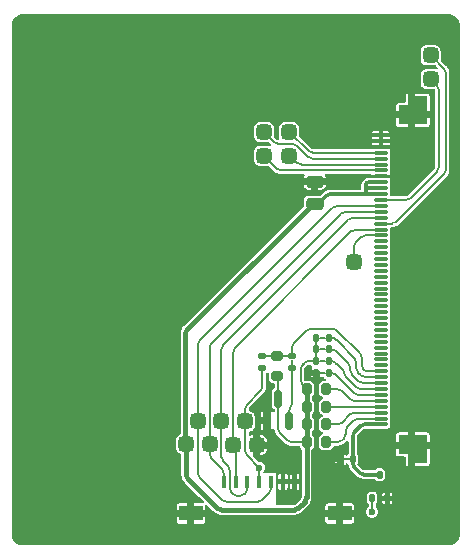
<source format=gtl>
G04 #@! TF.GenerationSoftware,KiCad,Pcbnew,8.0.4*
G04 #@! TF.CreationDate,2025-03-17T12:40:48-07:00*
G04 #@! TF.ProjectId,displaypcb,64697370-6c61-4797-9063-622e6b696361,2*
G04 #@! TF.SameCoordinates,Original*
G04 #@! TF.FileFunction,Copper,L1,Top*
G04 #@! TF.FilePolarity,Positive*
%FSLAX46Y46*%
G04 Gerber Fmt 4.6, Leading zero omitted, Abs format (unit mm)*
G04 Created by KiCad (PCBNEW 8.0.4) date 2025-03-17 12:40:48*
%MOMM*%
%LPD*%
G01*
G04 APERTURE LIST*
G04 Aperture macros list*
%AMRoundRect*
0 Rectangle with rounded corners*
0 $1 Rounding radius*
0 $2 $3 $4 $5 $6 $7 $8 $9 X,Y pos of 4 corners*
0 Add a 4 corners polygon primitive as box body*
4,1,4,$2,$3,$4,$5,$6,$7,$8,$9,$2,$3,0*
0 Add four circle primitives for the rounded corners*
1,1,$1+$1,$2,$3*
1,1,$1+$1,$4,$5*
1,1,$1+$1,$6,$7*
1,1,$1+$1,$8,$9*
0 Add four rect primitives between the rounded corners*
20,1,$1+$1,$2,$3,$4,$5,0*
20,1,$1+$1,$4,$5,$6,$7,0*
20,1,$1+$1,$6,$7,$8,$9,0*
20,1,$1+$1,$8,$9,$2,$3,0*%
%AMFreePoly0*
4,1,17,0.753536,1.103536,0.755000,1.100000,0.755000,0.305000,1.550000,0.305000,1.553536,0.303536,1.555000,0.300000,1.555000,-1.300000,1.553536,-1.303536,1.550000,-1.305000,-0.850000,-1.305000,-0.853536,-1.303536,-0.855000,-1.300000,-0.855000,1.100000,-0.853536,1.103536,-0.850000,1.105000,0.750000,1.105000,0.753536,1.103536,0.753536,1.103536,$1*%
%AMFreePoly1*
4,1,17,0.853536,1.103536,0.855000,1.100000,0.855000,-1.300000,0.853536,-1.303536,0.850000,-1.305000,-1.550000,-1.305000,-1.553536,-1.303536,-1.555000,-1.300000,-1.555000,0.300000,-1.553536,0.303536,-1.550000,0.305000,-0.755000,0.305000,-0.755000,1.100000,-0.753536,1.103536,-0.750000,1.105000,0.850000,1.105000,0.853536,1.103536,0.853536,1.103536,$1*%
G04 Aperture macros list end*
G04 #@! TA.AperFunction,EtchedComponent*
%ADD10C,0.200000*%
G04 #@! TD*
G04 #@! TA.AperFunction,SMDPad,CuDef*
%ADD11FreePoly0,90.000000*%
G04 #@! TD*
G04 #@! TA.AperFunction,SMDPad,CuDef*
%ADD12FreePoly1,90.000000*%
G04 #@! TD*
G04 #@! TA.AperFunction,SMDPad,CuDef*
%ADD13RoundRect,0.075000X0.525000X-0.075000X0.525000X0.075000X-0.525000X0.075000X-0.525000X-0.075000X0*%
G04 #@! TD*
G04 #@! TA.AperFunction,SMDPad,CuDef*
%ADD14RoundRect,0.135000X-0.135000X-0.185000X0.135000X-0.185000X0.135000X0.185000X-0.135000X0.185000X0*%
G04 #@! TD*
G04 #@! TA.AperFunction,SMDPad,CuDef*
%ADD15RoundRect,0.325000X-0.325000X-0.325000X0.325000X-0.325000X0.325000X0.325000X-0.325000X0.325000X0*%
G04 #@! TD*
G04 #@! TA.AperFunction,SMDPad,CuDef*
%ADD16RoundRect,0.135000X0.185000X-0.135000X0.185000X0.135000X-0.185000X0.135000X-0.185000X-0.135000X0*%
G04 #@! TD*
G04 #@! TA.AperFunction,SMDPad,CuDef*
%ADD17RoundRect,0.200000X0.200000X0.275000X-0.200000X0.275000X-0.200000X-0.275000X0.200000X-0.275000X0*%
G04 #@! TD*
G04 #@! TA.AperFunction,SMDPad,CuDef*
%ADD18RoundRect,0.250000X0.475000X-0.250000X0.475000X0.250000X-0.475000X0.250000X-0.475000X-0.250000X0*%
G04 #@! TD*
G04 #@! TA.AperFunction,SMDPad,CuDef*
%ADD19R,2.000000X1.300000*%
G04 #@! TD*
G04 #@! TA.AperFunction,SMDPad,CuDef*
%ADD20R,0.400000X1.000000*%
G04 #@! TD*
G04 #@! TA.AperFunction,SMDPad,CuDef*
%ADD21RoundRect,0.150000X0.150000X-0.587500X0.150000X0.587500X-0.150000X0.587500X-0.150000X-0.587500X0*%
G04 #@! TD*
G04 #@! TA.AperFunction,SMDPad,CuDef*
%ADD22RoundRect,0.200000X0.275000X-0.200000X0.275000X0.200000X-0.275000X0.200000X-0.275000X-0.200000X0*%
G04 #@! TD*
G04 #@! TA.AperFunction,SMDPad,CuDef*
%ADD23RoundRect,0.112500X-0.112500X-0.237500X0.112500X-0.237500X0.112500X0.237500X-0.112500X0.237500X0*%
G04 #@! TD*
G04 #@! TA.AperFunction,ViaPad*
%ADD24C,0.600000*%
G04 #@! TD*
G04 #@! TA.AperFunction,Conductor*
%ADD25C,0.200000*%
G04 #@! TD*
G04 #@! TA.AperFunction,Conductor*
%ADD26C,0.300000*%
G04 #@! TD*
G04 #@! TA.AperFunction,Conductor*
%ADD27C,0.400000*%
G04 #@! TD*
G04 APERTURE END LIST*
D10*
X102610000Y-105900000D02*
X103090000Y-105900000D01*
X100250000Y-107240000D02*
X100250000Y-106760000D01*
X104659999Y-115200000D02*
X105140001Y-115200000D01*
X102610000Y-104900000D02*
X103090000Y-104900000D01*
X102610000Y-106900000D02*
X103090000Y-106900000D01*
X102610000Y-107900000D02*
X103090000Y-107900000D01*
D11*
X110400000Y-86000000D03*
D12*
X110400000Y-114000000D03*
D13*
X107800000Y-87750000D03*
X107800000Y-88250000D03*
X107800000Y-88750000D03*
X107800000Y-89250000D03*
X107800000Y-89750000D03*
X107800000Y-90250000D03*
X107800000Y-90750000D03*
X107800000Y-91250000D03*
X107800000Y-91750000D03*
X107800000Y-92250000D03*
X107800000Y-92750000D03*
X107800000Y-93250000D03*
X107800000Y-93750000D03*
X107800000Y-94250000D03*
X107800000Y-94750000D03*
X107800000Y-95250000D03*
X107800000Y-95750000D03*
X107800000Y-96250000D03*
X107800000Y-96750000D03*
X107800000Y-97250000D03*
X107800000Y-97750000D03*
X107800000Y-98250000D03*
X107800000Y-98750000D03*
X107800000Y-99250000D03*
X107800000Y-99750000D03*
X107800000Y-100250000D03*
X107800000Y-100750000D03*
X107800000Y-101250000D03*
X107800000Y-101750000D03*
X107800000Y-102250000D03*
X107800000Y-102750000D03*
X107800000Y-103250000D03*
X107800000Y-103750000D03*
X107800000Y-104250000D03*
X107800000Y-104750000D03*
X107800000Y-105250000D03*
X107800000Y-105750000D03*
X107800000Y-106250000D03*
X107800000Y-106750000D03*
X107800000Y-107250000D03*
X107800000Y-107750000D03*
X107800000Y-108250000D03*
X107800000Y-108750000D03*
X107800000Y-109250000D03*
X107800000Y-109750000D03*
X107800000Y-110250000D03*
X107800000Y-110750000D03*
X107800000Y-111250000D03*
X107800000Y-111750000D03*
X107800000Y-112250000D03*
D14*
X103360000Y-105900000D03*
X102340000Y-105900000D03*
D15*
X112000000Y-81000000D03*
X112000000Y-83000000D03*
D16*
X100250000Y-106490000D03*
X100250000Y-107510000D03*
D15*
X95300000Y-114000000D03*
X91300000Y-113900000D03*
D14*
X105409999Y-115200000D03*
X104390001Y-115200000D03*
D15*
X105500000Y-98500000D03*
X96300000Y-112000000D03*
D17*
X101525000Y-113750000D03*
X103175000Y-113750000D03*
D18*
X102200000Y-91700000D03*
X102200000Y-93599998D03*
D14*
X103360000Y-104900000D03*
X102340000Y-104900000D03*
D15*
X97900000Y-89500000D03*
D17*
X101525000Y-112250000D03*
X103175000Y-112250000D03*
D15*
X92300000Y-112000000D03*
D14*
X103360000Y-106900000D03*
X102340000Y-106900000D03*
D19*
X104300000Y-119790000D03*
X91700000Y-119790000D03*
D20*
X101500000Y-117090000D03*
X100500000Y-117090000D03*
X99500000Y-117090000D03*
X98500000Y-117090000D03*
X97500000Y-117090000D03*
X96500000Y-117090000D03*
X95500000Y-117090000D03*
X94500000Y-117090000D03*
D15*
X97900000Y-87500000D03*
X94300000Y-112000000D03*
D21*
X99100000Y-110062499D03*
X100050000Y-111937500D03*
X98150000Y-111937500D03*
D17*
X101525000Y-110750000D03*
X103175000Y-110750000D03*
D15*
X97300000Y-114000000D03*
X93300000Y-113900000D03*
X100000000Y-87500000D03*
D22*
X99000000Y-106475000D03*
X99000000Y-108125000D03*
D14*
X103360000Y-107900000D03*
X102340000Y-107900000D03*
D16*
X97750000Y-106490000D03*
X97750000Y-107510000D03*
D17*
X101525000Y-109250000D03*
X103175000Y-109250000D03*
D23*
X107700000Y-116500000D03*
X108350000Y-118500000D03*
X107050000Y-118500000D03*
D15*
X100000000Y-89500000D03*
D24*
X110400000Y-83000000D03*
X104700000Y-117300000D03*
X112400000Y-103200000D03*
X109700000Y-96300000D03*
X90000000Y-118000000D03*
X99000000Y-85200000D03*
X103550000Y-115200000D03*
X88600000Y-102400000D03*
X105600000Y-91600000D03*
X109700000Y-92200000D03*
X96500000Y-94400000D03*
X98100000Y-110100000D03*
X99500000Y-115800000D03*
X90000000Y-111600000D03*
X100500000Y-115800000D03*
X99500000Y-118400000D03*
X108350000Y-119650000D03*
X101600000Y-108000000D03*
X106300000Y-87600000D03*
X109250000Y-88550000D03*
X93800000Y-91400000D03*
X104200000Y-91600000D03*
X100500000Y-118400000D03*
X112400000Y-110600000D03*
X106300000Y-88400000D03*
X109250000Y-87750000D03*
X97500000Y-115900000D03*
X107050000Y-119650000D03*
D25*
X103918749Y-106999582D02*
G75*
G03*
X103678336Y-106899976I-240449J-240418D01*
G01*
X104076355Y-105129271D02*
G75*
G02*
X104140977Y-105190979I-1304155J-1430429D01*
G01*
X103943749Y-104999582D02*
G75*
G03*
X103703336Y-104899976I-240449J-240418D01*
G01*
X104011731Y-105067564D02*
G75*
G03*
X104076354Y-105129272I1369769J1369764D01*
G01*
X103896695Y-107999579D02*
G75*
G03*
X103656289Y-107900012I-240395J-240421D01*
G01*
X103375151Y-105915151D02*
G75*
G03*
X103411730Y-105930289I36549J36551D01*
G01*
X103958900Y-106014733D02*
G75*
G03*
X103755067Y-105930336I-203800J-203867D01*
G01*
X101596672Y-106900000D02*
G75*
G03*
X101356275Y-106999593I28J-340000D01*
G01*
D26*
X102312500Y-93599998D02*
X102287498Y-93599998D01*
D25*
X103411730Y-105930303D02*
X103755067Y-105930303D01*
X104043331Y-106099164D02*
X103958900Y-106014733D01*
X105890620Y-108590620D02*
X105359379Y-108059379D01*
X103375151Y-105915151D02*
X103360000Y-105900000D01*
X106275395Y-108750000D02*
X107800000Y-108750000D01*
X105040620Y-107090620D02*
G75*
G02*
X105199989Y-107475395I-384820J-384780D01*
G01*
X105200000Y-107674604D02*
G75*
G03*
X105359371Y-108059387I544200J4D01*
G01*
X104043331Y-106099164D02*
G75*
G03*
X104109379Y-106159379I19171569J20962364D01*
G01*
X105200000Y-107674604D02*
X105200000Y-107475395D01*
X105890620Y-108590620D02*
G75*
G03*
X106275395Y-108749989I384780J384820D01*
G01*
X104109379Y-106159379D02*
X105040620Y-107090620D01*
X102340000Y-105900000D02*
X102340000Y-104900000D01*
X103678336Y-106900000D02*
X103360000Y-106900000D01*
X104084379Y-107159379D02*
G75*
G02*
X104018331Y-107099164I19105521J21022579D01*
G01*
X105690620Y-109090620D02*
X104814904Y-108214904D01*
X104585095Y-107660095D02*
G75*
G02*
X104700003Y-107937500I-277395J-277405D01*
G01*
X104084379Y-107159379D02*
X104585095Y-107660095D01*
X104018331Y-107099164D02*
X103918749Y-106999582D01*
X104814904Y-108214904D02*
G75*
G02*
X104699997Y-107937500I277396J277404D01*
G01*
X106075395Y-109250000D02*
X107800000Y-109250000D01*
X105690620Y-109090620D02*
G75*
G03*
X106075395Y-109249989I384780J384820D01*
G01*
X104062321Y-108159379D02*
X105493562Y-109590620D01*
X105878337Y-109750000D02*
X107800000Y-109750000D01*
X103996275Y-108099159D02*
G75*
G03*
X104062321Y-108159379I19381325J21190059D01*
G01*
X103656289Y-107900000D02*
X103360000Y-107900000D01*
X105493562Y-109590620D02*
G75*
G03*
X105878337Y-109749960I384738J384820D01*
G01*
X103996275Y-108099159D02*
X103896695Y-107999579D01*
X101256682Y-107099162D02*
X101356263Y-106999581D01*
X102340000Y-106900000D02*
X101596672Y-106900000D01*
X101000000Y-108499604D02*
X101000000Y-107575396D01*
X101256682Y-107099162D02*
G75*
G02*
X101190620Y-107159379I-13665482J14925662D01*
G01*
X101000000Y-107575396D02*
G75*
G02*
X101159392Y-107190634I544100J-4D01*
G01*
X101159379Y-108884379D02*
G75*
G02*
X101000011Y-108499604I384821J384779D01*
G01*
X101159379Y-108884379D02*
X101365620Y-109090620D01*
X101365620Y-109090620D02*
G75*
G02*
X101524989Y-109475395I-384820J-384780D01*
G01*
X101190620Y-107159379D02*
X101159378Y-107190620D01*
X102340000Y-106900000D02*
X102340000Y-105900000D01*
X97750000Y-109074604D02*
G75*
G02*
X97590629Y-109459387I-544200J4D01*
G01*
X96459379Y-114859379D02*
G75*
G02*
X96300011Y-114474604I384821J384779D01*
G01*
X96300000Y-110975395D02*
G75*
G02*
X96459393Y-110590634I544100J-5D01*
G01*
X100050000Y-111041421D02*
G75*
G02*
X100149994Y-110799994I341400J21D01*
G01*
X100250000Y-110558578D02*
G75*
G02*
X100150006Y-110800006I-341400J-22D01*
G01*
D26*
X106375395Y-116500000D02*
G75*
G02*
X105990612Y-116340628I5J544200D01*
G01*
X105569377Y-112880621D02*
G75*
G03*
X105409980Y-113265396I384723J-384779D01*
G01*
X105569378Y-115919378D02*
G75*
G02*
X105410011Y-115534603I384822J384778D01*
G01*
X106040620Y-112409379D02*
G75*
G02*
X106425395Y-112249981I384780J-384721D01*
G01*
D25*
X99375395Y-90750000D02*
G75*
G02*
X98990612Y-90590628I5J544200D01*
G01*
X113300000Y-82525395D02*
G75*
G03*
X113140628Y-82140612I-544200J-5D01*
G01*
X113300000Y-90674604D02*
G75*
G02*
X113140629Y-91059387I-544200J4D01*
G01*
X108724604Y-95250000D02*
G75*
G03*
X109109387Y-95090628I-4J544200D01*
G01*
X105875395Y-111750000D02*
G75*
G03*
X105490634Y-111909392I5J-544100D01*
G01*
X104124604Y-113750000D02*
G75*
G03*
X104509387Y-113590629I-4J544200D01*
G01*
X104800000Y-113074604D02*
G75*
G02*
X104640628Y-113459387I-544200J4D01*
G01*
X104800000Y-112825395D02*
G75*
G02*
X104959393Y-112440634I544100J-5D01*
G01*
X100308488Y-88500000D02*
G75*
G02*
X100693279Y-88659363I12J-544200D01*
G01*
X102009279Y-89750000D02*
G75*
G02*
X101624504Y-89590620I21J544200D01*
G01*
X98740620Y-88340620D02*
G75*
G03*
X99125395Y-88499989I384780J384820D01*
G01*
X104124604Y-112250000D02*
G75*
G03*
X104509387Y-112090629I-4J544200D01*
G01*
X105190620Y-111409379D02*
G75*
G02*
X105575395Y-111249981I384780J-384721D01*
G01*
X100706306Y-90090620D02*
G75*
G03*
X101091081Y-90249999I384794J384820D01*
G01*
X100057843Y-89500000D02*
G75*
G02*
X100156556Y-89540932I-43J-139600D01*
G01*
X105659378Y-96840620D02*
G75*
G03*
X105499980Y-97225395I384722J-384780D01*
G01*
X106475395Y-96250000D02*
G75*
G03*
X106090634Y-96409393I5J-544100D01*
G01*
X100135355Y-87535355D02*
G75*
G03*
X100050000Y-87499997I-85355J-85345D01*
G01*
X102075395Y-89250000D02*
G75*
G02*
X101690612Y-89090628I5J544200D01*
G01*
X104083182Y-109250000D02*
G75*
G02*
X104467976Y-109409360I18J-544200D01*
G01*
X105533973Y-110250000D02*
G75*
G02*
X105149201Y-110090617I27J544200D01*
G01*
X109924604Y-93250000D02*
G75*
G03*
X110309387Y-93090629I-4J544200D01*
G01*
X112700000Y-90474604D02*
G75*
G02*
X112540628Y-90859387I-544200J4D01*
G01*
X112700000Y-83925395D02*
G75*
G03*
X112540628Y-83540612I-544200J-5D01*
G01*
X97374604Y-118800000D02*
G75*
G03*
X97759387Y-118640629I-4J544200D01*
G01*
X98340620Y-118059379D02*
G75*
G03*
X98499989Y-117674604I-384820J384779D01*
G01*
X103690620Y-93909379D02*
G75*
G02*
X104075395Y-93749981I384780J-384721D01*
G01*
X92300000Y-105525395D02*
G75*
G02*
X92459393Y-105140634I544100J-5D01*
G01*
X94725395Y-118800000D02*
G75*
G02*
X94340612Y-118640628I5J544200D01*
G01*
X92459379Y-116759379D02*
G75*
G02*
X92300011Y-116374604I384821J384779D01*
G01*
X93300000Y-105725395D02*
G75*
G02*
X93459393Y-105340634I544100J-5D01*
G01*
X93300000Y-114774604D02*
G75*
G03*
X93459371Y-115159387I544200J4D01*
G01*
X94500000Y-116425395D02*
G75*
G03*
X94340628Y-116040612I-544200J-5D01*
G01*
X104390620Y-94409379D02*
G75*
G02*
X104775395Y-94249981I384780J-384721D01*
G01*
X105290620Y-95909379D02*
G75*
G02*
X105675395Y-95749981I384780J-384721D01*
G01*
X95500000Y-114341421D02*
G75*
G03*
X95400006Y-114099994I-341400J21D01*
G01*
X95300000Y-113858578D02*
G75*
G03*
X95399994Y-114100006I341400J-22D01*
G01*
X95300000Y-106125395D02*
G75*
G02*
X95459393Y-105740634I544100J-5D01*
G01*
D27*
X91300000Y-113935355D02*
G75*
G03*
X91274987Y-113875013I-85400J-45D01*
G01*
D26*
X106756066Y-91750000D02*
G75*
G03*
X106575010Y-91825010I34J-256100D01*
G01*
D27*
X91250000Y-104575395D02*
G75*
G02*
X91409393Y-104190634I544100J-5D01*
G01*
D26*
X106500000Y-92425000D02*
G75*
G02*
X106675000Y-92250000I175000J0D01*
G01*
X106675000Y-92250000D02*
G75*
G02*
X106500000Y-92075000I0J175000D01*
G01*
D25*
X99259379Y-113009379D02*
G75*
G02*
X99100011Y-112624604I384821J384779D01*
G01*
X101507322Y-113750000D02*
G75*
G03*
X101525000Y-113732322I-22J17700D01*
G01*
D27*
X101507322Y-113750000D02*
G75*
G02*
X101512462Y-113762462I-22J-7300D01*
G01*
X101525000Y-113732322D02*
G75*
G02*
X101512493Y-113762493I-42700J22D01*
G01*
X102100001Y-93599998D02*
G75*
G03*
X101929296Y-93670711I-1J-241402D01*
G01*
D26*
X103525395Y-92750000D02*
G75*
G03*
X103140634Y-92909392I5J-544100D01*
G01*
X106500000Y-92006066D02*
G75*
G02*
X106575010Y-91825010I256100J-34D01*
G01*
D27*
X101500000Y-118424604D02*
G75*
G02*
X101340629Y-118809387I-544200J4D01*
G01*
X100424604Y-119500000D02*
G75*
G03*
X100809387Y-119340628I-4J544200D01*
G01*
D26*
X102538391Y-93511608D02*
G75*
G02*
X102325001Y-93599992I-213391J213408D01*
G01*
D27*
X91250000Y-113814644D02*
G75*
G03*
X91275013Y-113874987I85400J44D01*
G01*
D25*
X99840620Y-113590620D02*
G75*
G03*
X100225395Y-113749989I384780J384820D01*
G01*
D27*
X93940620Y-119340620D02*
G75*
G03*
X94325395Y-119499989I384780J384820D01*
G01*
D26*
X106500000Y-92550000D02*
G75*
G02*
X106300000Y-92750000I-200000J0D01*
G01*
X106500000Y-92550000D02*
G75*
G03*
X106734315Y-92750012I218400J18600D01*
G01*
D27*
X101500000Y-113792677D02*
G75*
G02*
X101512507Y-113762507I42700J-23D01*
G01*
D25*
X99050000Y-108175000D02*
G75*
G02*
X99099996Y-108295710I-120700J-120700D01*
G01*
D27*
X91459379Y-116859379D02*
G75*
G02*
X91300011Y-116474604I384821J384779D01*
G01*
D26*
X102100001Y-93599998D02*
X102287498Y-93599998D01*
X106500000Y-92425000D02*
X106500000Y-92075000D01*
X106734314Y-92750000D02*
X106300000Y-92750000D01*
D25*
X98214644Y-111937500D02*
G75*
G02*
X98274987Y-111962513I-44J-85400D01*
G01*
X95250620Y-118140620D02*
G75*
G03*
X95635395Y-118299989I384780J384820D01*
G01*
X96259378Y-118140620D02*
G75*
G02*
X95874604Y-118299988I-384778J384820D01*
G01*
X96340620Y-118059379D02*
G75*
G03*
X96499989Y-117674604I-384820J384779D01*
G01*
X94500240Y-112000240D02*
G75*
G03*
X94499660Y-112000023I-540J-560D01*
G01*
X94459379Y-115359379D02*
G75*
G02*
X94300011Y-114974604I384821J384779D01*
G01*
X94840620Y-115740620D02*
G75*
G02*
X94999989Y-116125395I-384820J-384780D01*
G01*
X94400000Y-112000000D02*
G75*
G03*
X94300000Y-112100000I0J-100000D01*
G01*
X94400000Y-112000000D02*
G75*
G02*
X94300000Y-111900000I0J100000D01*
G01*
X95159379Y-118049379D02*
G75*
G02*
X95000011Y-117664604I384821J384779D01*
G01*
X94300000Y-105875395D02*
G75*
G02*
X94459393Y-105490634I544100J-5D01*
G01*
X105040620Y-94909379D02*
G75*
G02*
X105425395Y-94749981I384780J-384721D01*
G01*
X94300000Y-112100000D02*
X94300000Y-111900000D01*
X100242500Y-106482500D02*
G75*
G03*
X100224393Y-106475003I-18100J-18100D01*
G01*
X101490620Y-104309378D02*
G75*
G02*
X101875395Y-104149980I384780J-384722D01*
G01*
X100250000Y-105775395D02*
G75*
G02*
X100409393Y-105390634I544100J-5D01*
G01*
X104109379Y-104309379D02*
G75*
G03*
X103724604Y-104150011I-384779J-384821D01*
G01*
X106325000Y-107625000D02*
G75*
G02*
X106199990Y-107323223I301800J301800D01*
G01*
X106626776Y-107750000D02*
G75*
G02*
X106325007Y-107624993I24J426800D01*
G01*
X99010606Y-106475000D02*
G75*
G03*
X98992498Y-106482498I-6J-25600D01*
G01*
X106200000Y-106625395D02*
G75*
G03*
X106040628Y-106240612I-544200J-5D01*
G01*
X100242500Y-106482500D02*
G75*
G03*
X100249984Y-106479393I3100J3100D01*
G01*
X98974393Y-106490000D02*
G75*
G03*
X98992502Y-106482502I7J25600D01*
G01*
X104109379Y-104309379D02*
X106040620Y-106240620D01*
X106626776Y-107750000D02*
X107800000Y-107750000D01*
X100224393Y-106475000D02*
X99010606Y-106475000D01*
X106200000Y-106625395D02*
X106200000Y-107323223D01*
X103724604Y-104150000D02*
X101875395Y-104150000D01*
X100250000Y-105775395D02*
X100250000Y-106479393D01*
X98974393Y-106490000D02*
X97750000Y-106490000D01*
X101490620Y-104309378D02*
X100409379Y-105390620D01*
X105040620Y-94909379D02*
X94459379Y-105490620D01*
X95874604Y-118300000D02*
X95635395Y-118300000D01*
X94400000Y-112000000D02*
X94499659Y-112000000D01*
X94300000Y-112100000D02*
X94300000Y-114974604D01*
X96500000Y-117674604D02*
X96500000Y-117090000D01*
X94300000Y-105875395D02*
X94300000Y-111900000D01*
X95000000Y-117664604D02*
X95000000Y-116125395D01*
X94500240Y-112000240D02*
X94500481Y-112000481D01*
X105425395Y-94750000D02*
X107800000Y-94750000D01*
X98214644Y-111937500D02*
X98150000Y-111937500D01*
X98275000Y-111962500D02*
X98300000Y-111987500D01*
D27*
X101525000Y-110750000D02*
X101525000Y-112250000D01*
D26*
X106500000Y-92006066D02*
X106500000Y-92075000D01*
D27*
X101525000Y-110750000D02*
X101525000Y-109475395D01*
D26*
X106675000Y-92250000D02*
X107800000Y-92250000D01*
D27*
X101525000Y-113732322D02*
X101525000Y-112250000D01*
D25*
X99050000Y-108175000D02*
X99000000Y-108125000D01*
D26*
X102312500Y-93599998D02*
X102325001Y-93599998D01*
X106500000Y-92425000D02*
X106500000Y-92550000D01*
X103525395Y-92750000D02*
X106300000Y-92750000D01*
D27*
X101500000Y-117090000D02*
X101500000Y-118424604D01*
X91250000Y-104575395D02*
X91250000Y-113814644D01*
X94325395Y-119500000D02*
X100424604Y-119500000D01*
D26*
X102538391Y-93511608D02*
X103140620Y-92909378D01*
D25*
X99100000Y-110062499D02*
X99100000Y-108295710D01*
D27*
X91300000Y-116474604D02*
X91300000Y-113935355D01*
D25*
X101507322Y-113750000D02*
X100225395Y-113750000D01*
D26*
X106734314Y-92750000D02*
X107800000Y-92750000D01*
X106756066Y-91750000D02*
X107800000Y-91750000D01*
D25*
X99100000Y-110062499D02*
X99100000Y-112624604D01*
D27*
X91459379Y-116859379D02*
X93940620Y-119340620D01*
X101929292Y-93670707D02*
X91409379Y-104190620D01*
X101500000Y-117090000D02*
X101500000Y-113792677D01*
D25*
X105290620Y-95909379D02*
X95459379Y-105740620D01*
X105675395Y-95750000D02*
X107800000Y-95750000D01*
X95300000Y-113858578D02*
X95300000Y-106125395D01*
X95500000Y-114341421D02*
X95500000Y-117090000D01*
X94500000Y-116425395D02*
X94500000Y-117090000D01*
X94340620Y-116040620D02*
X93459379Y-115159379D01*
X93300000Y-113900000D02*
X93300000Y-114774604D01*
X104390620Y-94409379D02*
X93459379Y-105340620D01*
X104775395Y-94250000D02*
X107800000Y-94250000D01*
X93300000Y-105725395D02*
X93300000Y-113900000D01*
X92300000Y-112000000D02*
X92300000Y-116374604D01*
X98500000Y-117674604D02*
X98500000Y-117090000D01*
X103690620Y-93909379D02*
X92459379Y-105140620D01*
X97374604Y-118800000D02*
X94725395Y-118800000D01*
X104075395Y-93750000D02*
X107800000Y-93750000D01*
X92300000Y-105525395D02*
X92300000Y-112000000D01*
X98340620Y-118059379D02*
X97759378Y-118640620D01*
X92459379Y-116759379D02*
X94340620Y-118640620D01*
X112700000Y-83925395D02*
X112700000Y-90474604D01*
X112540620Y-83540620D02*
X112000000Y-83000000D01*
X109924604Y-93250000D02*
X107800000Y-93250000D01*
X110309378Y-93090620D02*
X112540620Y-90859379D01*
X103175000Y-110750000D02*
X107800000Y-110750000D01*
X105533973Y-110250000D02*
X107800000Y-110250000D01*
X104467957Y-109409379D02*
X105149198Y-110090620D01*
X104083182Y-109250000D02*
X103175000Y-109250000D01*
X100135355Y-87535355D02*
X101690620Y-89090620D01*
X102075395Y-89250000D02*
X107800000Y-89250000D01*
X100050000Y-87500000D02*
X100000000Y-87500000D01*
X106475395Y-96250000D02*
X107800000Y-96250000D01*
X105500000Y-97225395D02*
X105500000Y-98500000D01*
X100057843Y-89500000D02*
X100000000Y-89500000D01*
X101091081Y-90250000D02*
X107800000Y-90250000D01*
X100156587Y-89540901D02*
X100706306Y-90090620D01*
X105190620Y-111409379D02*
X104509378Y-112090620D01*
X104124604Y-112250000D02*
X103175000Y-112250000D01*
X105575395Y-111250000D02*
X107800000Y-111250000D01*
X98740620Y-88340620D02*
X97900000Y-87500000D01*
X99125395Y-88500000D02*
X100308488Y-88500000D01*
X101624504Y-89590620D02*
X100693263Y-88659379D01*
X102009279Y-89750000D02*
X107800000Y-89750000D01*
X105875395Y-111750000D02*
X107800000Y-111750000D01*
X104959379Y-112440620D02*
X105490620Y-111909378D01*
X104800000Y-112825395D02*
X104800000Y-113074604D01*
X104124604Y-113750000D02*
X103175000Y-113750000D01*
X113140620Y-91059378D02*
X109109379Y-95090620D01*
X108724604Y-95250000D02*
X107800000Y-95250000D01*
X113300000Y-90674604D02*
X113300000Y-82525395D01*
X113140620Y-82140620D02*
X112000000Y-81000000D01*
X99375395Y-90750000D02*
X107800000Y-90750000D01*
X98990620Y-90590620D02*
X97900000Y-89500000D01*
D26*
X105409999Y-115200000D02*
X105409999Y-113265396D01*
X106375395Y-116500000D02*
X107700000Y-116500000D01*
X105569378Y-115919378D02*
X105990620Y-116340620D01*
X106425395Y-112250000D02*
X107800000Y-112250000D01*
D25*
X100250000Y-110558578D02*
X100250000Y-107510000D01*
X100050000Y-111041421D02*
X100050000Y-111937500D01*
X96300000Y-114474604D02*
X96300000Y-112000000D01*
X97500000Y-115900000D02*
X97500000Y-117090000D01*
X97590620Y-109459378D02*
X96459379Y-110590620D01*
X107050000Y-119650000D02*
X107050000Y-118500000D01*
X97750000Y-109074604D02*
X97750000Y-107510000D01*
X96459379Y-114859379D02*
X97500000Y-115900000D01*
X96300000Y-112000000D02*
X96300000Y-110975395D01*
D26*
X106040620Y-112409379D02*
X105569377Y-112880621D01*
X105409999Y-115200000D02*
X105409999Y-115534603D01*
D25*
X104509378Y-113590620D02*
X104640620Y-113459379D01*
X106090620Y-96409379D02*
X105659378Y-96840620D01*
X99840620Y-113590620D02*
X99259379Y-113009379D01*
D27*
X100809379Y-119340620D02*
X101340620Y-118809378D01*
D25*
X96340620Y-118059379D02*
X96259378Y-118140620D01*
X95159379Y-118049379D02*
X95250620Y-118140620D01*
X94840620Y-115740620D02*
X94459379Y-115359379D01*
X103943749Y-104999582D02*
X104011731Y-105067564D01*
X105700000Y-106975395D02*
G75*
G03*
X105540628Y-106590612I-544200J-5D01*
G01*
X105700000Y-106975395D02*
X105700000Y-107474604D01*
X105859379Y-107859379D02*
X106090620Y-108090620D01*
X106475395Y-108250000D02*
G75*
G02*
X106090612Y-108090628I5J544200D01*
G01*
X105859379Y-107859379D02*
G75*
G02*
X105700011Y-107474604I384821J384779D01*
G01*
X104140978Y-105190978D02*
X105540620Y-106590620D01*
X106475395Y-108250000D02*
X107800000Y-108250000D01*
X103703336Y-104900000D02*
X103360000Y-104900000D01*
G04 #@! TA.AperFunction,Conductor*
G36*
X98270444Y-107880765D02*
G01*
X98313709Y-107924029D01*
X98324500Y-107968975D01*
X98324500Y-108356520D01*
X98324501Y-108356523D01*
X98339352Y-108450299D01*
X98339354Y-108450304D01*
X98396950Y-108563342D01*
X98486658Y-108653050D01*
X98599696Y-108710646D01*
X98693481Y-108725500D01*
X98700493Y-108725499D01*
X98758683Y-108744401D01*
X98794652Y-108793898D01*
X98799500Y-108824499D01*
X98799500Y-109096634D01*
X98780593Y-109154825D01*
X98749889Y-109180611D01*
X98750192Y-109181035D01*
X98744817Y-109184872D01*
X98743982Y-109185573D01*
X98743800Y-109185662D01*
X98743518Y-109185800D01*
X98660801Y-109268517D01*
X98609427Y-109373603D01*
X98609427Y-109373606D01*
X98599500Y-109441739D01*
X98599500Y-110683259D01*
X98606118Y-110728681D01*
X98609427Y-110751394D01*
X98660801Y-110856480D01*
X98660802Y-110856482D01*
X98743517Y-110939197D01*
X98743978Y-110939422D01*
X98744387Y-110939818D01*
X98750194Y-110943964D01*
X98749572Y-110944834D01*
X98787953Y-110981964D01*
X98799500Y-111028364D01*
X98799500Y-111146913D01*
X98780593Y-111205104D01*
X98731093Y-111241068D01*
X98669907Y-111241068D01*
X98620407Y-111205104D01*
X98611560Y-111190394D01*
X98588788Y-111143815D01*
X98588787Y-111143813D01*
X98506187Y-111061213D01*
X98450000Y-111033744D01*
X98450000Y-112841253D01*
X98506187Y-112813786D01*
X98588787Y-112731186D01*
X98615061Y-112677441D01*
X98657603Y-112633466D01*
X98717869Y-112622896D01*
X98772837Y-112649767D01*
X98801513Y-112703817D01*
X98801783Y-112705432D01*
X98820307Y-112822388D01*
X98861388Y-112948831D01*
X98879568Y-112984513D01*
X98921741Y-113067288D01*
X98950223Y-113106493D01*
X98979613Y-113146949D01*
X98999881Y-113174847D01*
X99014941Y-113189909D01*
X99014975Y-113189946D01*
X99043946Y-113218918D01*
X99043947Y-113218918D01*
X99046882Y-113221853D01*
X99046881Y-113221853D01*
X99046886Y-113221857D01*
X99086155Y-113261131D01*
X99086188Y-113261159D01*
X99589600Y-113764571D01*
X99589628Y-113764603D01*
X99599142Y-113774117D01*
X99599155Y-113774143D01*
X99628138Y-113803123D01*
X99628138Y-113803124D01*
X99675144Y-113850126D01*
X99782705Y-113928267D01*
X99901164Y-113988621D01*
X100027606Y-114029703D01*
X100080130Y-114038021D01*
X100158915Y-114050500D01*
X100225392Y-114050500D01*
X100272987Y-114050501D01*
X100272990Y-114050500D01*
X100838992Y-114050500D01*
X100897183Y-114069407D01*
X100933147Y-114118907D01*
X100936773Y-114134013D01*
X100939352Y-114150300D01*
X100939354Y-114150304D01*
X100996950Y-114263342D01*
X101070505Y-114336897D01*
X101098281Y-114391412D01*
X101099500Y-114406899D01*
X101099500Y-118418112D01*
X101098653Y-118431034D01*
X101096305Y-118448869D01*
X101089614Y-118473836D01*
X101085234Y-118484409D01*
X101072317Y-118506784D01*
X101061425Y-118520980D01*
X101052884Y-118530719D01*
X100530795Y-119052811D01*
X100521056Y-119061352D01*
X100506781Y-119072305D01*
X100484398Y-119085227D01*
X100473825Y-119089606D01*
X100448867Y-119096293D01*
X100442254Y-119097163D01*
X100430941Y-119098653D01*
X100418020Y-119099500D01*
X98999000Y-119099500D01*
X98940809Y-119080593D01*
X98904845Y-119031093D01*
X98900000Y-119000500D01*
X98900000Y-117619687D01*
X98900477Y-117609978D01*
X98900500Y-117609744D01*
X98900500Y-117290001D01*
X99100000Y-117290001D01*
X99100000Y-117609700D01*
X99111603Y-117668036D01*
X99155806Y-117734189D01*
X99155810Y-117734193D01*
X99221963Y-117778396D01*
X99280299Y-117789999D01*
X99280303Y-117790000D01*
X99299999Y-117790000D01*
X99300000Y-117789999D01*
X99300000Y-117290001D01*
X99700000Y-117290001D01*
X99700000Y-117789999D01*
X99700001Y-117790000D01*
X99719697Y-117790000D01*
X99719700Y-117789999D01*
X99778036Y-117778396D01*
X99844189Y-117734193D01*
X99844193Y-117734189D01*
X99888396Y-117668036D01*
X99899999Y-117609700D01*
X99900000Y-117609697D01*
X99900000Y-117290001D01*
X100100000Y-117290001D01*
X100100000Y-117609700D01*
X100111603Y-117668036D01*
X100155806Y-117734189D01*
X100155810Y-117734193D01*
X100221963Y-117778396D01*
X100280299Y-117789999D01*
X100280303Y-117790000D01*
X100299999Y-117790000D01*
X100300000Y-117789999D01*
X100300000Y-117290001D01*
X100700000Y-117290001D01*
X100700000Y-117789999D01*
X100700001Y-117790000D01*
X100719697Y-117790000D01*
X100719700Y-117789999D01*
X100778036Y-117778396D01*
X100844189Y-117734193D01*
X100844193Y-117734189D01*
X100888396Y-117668036D01*
X100899999Y-117609700D01*
X100900000Y-117609697D01*
X100900000Y-117290001D01*
X100899999Y-117290000D01*
X100700001Y-117290000D01*
X100700000Y-117290001D01*
X100300000Y-117290001D01*
X100299999Y-117290000D01*
X100100001Y-117290000D01*
X100100000Y-117290001D01*
X99900000Y-117290001D01*
X99899999Y-117290000D01*
X99700001Y-117290000D01*
X99700000Y-117290001D01*
X99300000Y-117290001D01*
X99299999Y-117290000D01*
X99100001Y-117290000D01*
X99100000Y-117290001D01*
X98900500Y-117290001D01*
X98900500Y-116570299D01*
X99100000Y-116570299D01*
X99100000Y-116889999D01*
X99100001Y-116890000D01*
X99299999Y-116890000D01*
X99300000Y-116889999D01*
X99300000Y-116390001D01*
X99700000Y-116390001D01*
X99700000Y-116889999D01*
X99700001Y-116890000D01*
X99899999Y-116890000D01*
X99900000Y-116889999D01*
X99900000Y-116570302D01*
X99899999Y-116570299D01*
X100100000Y-116570299D01*
X100100000Y-116889999D01*
X100100001Y-116890000D01*
X100299999Y-116890000D01*
X100300000Y-116889999D01*
X100300000Y-116390001D01*
X100700000Y-116390001D01*
X100700000Y-116889999D01*
X100700001Y-116890000D01*
X100899999Y-116890000D01*
X100900000Y-116889999D01*
X100900000Y-116570302D01*
X100899999Y-116570299D01*
X100888396Y-116511963D01*
X100844193Y-116445810D01*
X100844189Y-116445806D01*
X100778036Y-116401603D01*
X100719700Y-116390000D01*
X100700001Y-116390000D01*
X100700000Y-116390001D01*
X100300000Y-116390001D01*
X100299999Y-116390000D01*
X100280299Y-116390000D01*
X100221963Y-116401603D01*
X100155810Y-116445806D01*
X100155806Y-116445810D01*
X100111603Y-116511963D01*
X100100000Y-116570299D01*
X99899999Y-116570299D01*
X99888396Y-116511963D01*
X99844193Y-116445810D01*
X99844189Y-116445806D01*
X99778036Y-116401603D01*
X99719700Y-116390000D01*
X99700001Y-116390000D01*
X99700000Y-116390001D01*
X99300000Y-116390001D01*
X99299999Y-116390000D01*
X99280299Y-116390000D01*
X99221963Y-116401603D01*
X99155810Y-116445806D01*
X99155806Y-116445810D01*
X99111603Y-116511963D01*
X99100000Y-116570299D01*
X98900500Y-116570299D01*
X98900500Y-116570252D01*
X98900476Y-116570009D01*
X98900000Y-116560310D01*
X98900000Y-116400001D01*
X98900000Y-116400000D01*
X98899999Y-116400000D01*
X98782287Y-116400000D01*
X98762973Y-116398098D01*
X98719750Y-116389500D01*
X98719748Y-116389500D01*
X98280252Y-116389500D01*
X98280249Y-116389500D01*
X98237027Y-116398098D01*
X98217713Y-116400000D01*
X97945783Y-116400000D01*
X97887592Y-116381093D01*
X97851628Y-116331593D01*
X97851628Y-116270407D01*
X97870964Y-116236169D01*
X97925377Y-116173373D01*
X97985165Y-116042457D01*
X97997667Y-115955501D01*
X98005647Y-115900002D01*
X98005647Y-115899997D01*
X97985165Y-115757543D01*
X97963419Y-115709927D01*
X97925377Y-115626627D01*
X97831128Y-115517857D01*
X97831127Y-115517856D01*
X97831126Y-115517855D01*
X97710057Y-115440049D01*
X97710054Y-115440047D01*
X97710053Y-115440047D01*
X97710050Y-115440046D01*
X97571964Y-115399500D01*
X97571961Y-115399500D01*
X97465479Y-115399500D01*
X97407288Y-115380593D01*
X97395475Y-115370504D01*
X97007489Y-114982518D01*
X96979712Y-114928001D01*
X96989283Y-114867569D01*
X97000000Y-114852817D01*
X97000000Y-114300001D01*
X97600000Y-114300001D01*
X97600000Y-114849999D01*
X97600001Y-114850000D01*
X97666100Y-114850000D01*
X97666104Y-114849999D01*
X97750468Y-114839867D01*
X97884729Y-114786922D01*
X97999717Y-114699723D01*
X97999723Y-114699717D01*
X98086922Y-114584729D01*
X98139867Y-114450468D01*
X98149999Y-114366104D01*
X98150000Y-114366100D01*
X98150000Y-114300001D01*
X98149999Y-114300000D01*
X97600001Y-114300000D01*
X97600000Y-114300001D01*
X97000000Y-114300001D01*
X97000000Y-113150001D01*
X97600000Y-113150001D01*
X97600000Y-113699999D01*
X97600001Y-113700000D01*
X98149999Y-113700000D01*
X98150000Y-113699999D01*
X98150000Y-113633899D01*
X98149999Y-113633895D01*
X98139867Y-113549531D01*
X98086922Y-113415270D01*
X97999723Y-113300282D01*
X97999717Y-113300276D01*
X97884729Y-113213077D01*
X97750468Y-113160132D01*
X97666104Y-113150000D01*
X97600001Y-113150000D01*
X97600000Y-113150001D01*
X97000000Y-113150001D01*
X96999999Y-113150000D01*
X96933895Y-113150000D01*
X96849529Y-113160132D01*
X96735818Y-113204974D01*
X96674748Y-113208732D01*
X96623133Y-113175876D01*
X96600687Y-113118957D01*
X96600500Y-113112876D01*
X96600500Y-112946205D01*
X96619407Y-112888014D01*
X96668907Y-112852050D01*
X96687689Y-112847912D01*
X96750590Y-112840359D01*
X96884975Y-112787364D01*
X97000078Y-112700078D01*
X97087364Y-112584975D01*
X97140359Y-112450590D01*
X97150500Y-112366144D01*
X97150500Y-112237501D01*
X97650001Y-112237501D01*
X97650001Y-112558216D01*
X97659912Y-112626250D01*
X97711214Y-112731188D01*
X97793812Y-112813786D01*
X97850000Y-112841254D01*
X97850000Y-112237501D01*
X97849999Y-112237500D01*
X97650002Y-112237500D01*
X97650001Y-112237501D01*
X97150500Y-112237501D01*
X97150500Y-111633856D01*
X97140359Y-111549410D01*
X97091495Y-111425500D01*
X97087365Y-111415027D01*
X97087364Y-111415026D01*
X97087364Y-111415025D01*
X97012865Y-111316784D01*
X97650000Y-111316784D01*
X97650000Y-111637499D01*
X97650001Y-111637500D01*
X97849999Y-111637500D01*
X97850000Y-111637499D01*
X97850000Y-111033744D01*
X97793812Y-111061213D01*
X97711213Y-111143812D01*
X97659912Y-111248751D01*
X97650000Y-111316784D01*
X97012865Y-111316784D01*
X97000078Y-111299922D01*
X96884975Y-111212636D01*
X96884974Y-111212635D01*
X96884972Y-111212634D01*
X96750591Y-111159641D01*
X96687696Y-111152088D01*
X96632174Y-111126377D01*
X96602369Y-111072942D01*
X96600500Y-111053794D01*
X96600500Y-110981888D01*
X96601347Y-110968966D01*
X96607100Y-110925269D01*
X96613789Y-110900303D01*
X96628156Y-110865625D01*
X96641074Y-110843253D01*
X96668013Y-110808151D01*
X96676529Y-110798440D01*
X96705505Y-110769470D01*
X96705506Y-110769466D01*
X96711780Y-110763194D01*
X96711805Y-110763163D01*
X97763013Y-109711954D01*
X97763042Y-109711931D01*
X97769463Y-109705508D01*
X97769465Y-109705508D01*
X97774109Y-109700862D01*
X97774143Y-109700845D01*
X97803124Y-109671859D01*
X97803126Y-109671861D01*
X97850128Y-109624854D01*
X97928268Y-109517293D01*
X97988622Y-109398834D01*
X98029703Y-109272392D01*
X98043417Y-109185801D01*
X98050500Y-109141083D01*
X98050500Y-109050903D01*
X98050501Y-109027012D01*
X98050500Y-109027008D01*
X98050500Y-108024394D01*
X98069407Y-107966203D01*
X98107662Y-107934669D01*
X98130404Y-107924065D01*
X98155497Y-107898971D01*
X98210011Y-107871194D01*
X98270444Y-107880765D01*
G37*
G04 #@! TD.AperFunction*
G04 #@! TA.AperFunction,Conductor*
G36*
X113504308Y-77500877D02*
G01*
X113520845Y-77502323D01*
X113664937Y-77514930D01*
X113681914Y-77517923D01*
X113833491Y-77558537D01*
X113849695Y-77564435D01*
X113991902Y-77630748D01*
X114006842Y-77639374D01*
X114135367Y-77729368D01*
X114148587Y-77740460D01*
X114259539Y-77851412D01*
X114270631Y-77864632D01*
X114360625Y-77993157D01*
X114369253Y-78008101D01*
X114435560Y-78150295D01*
X114441463Y-78166512D01*
X114482074Y-78318075D01*
X114485070Y-78335069D01*
X114499123Y-78495690D01*
X114499500Y-78504319D01*
X114499500Y-121495680D01*
X114499123Y-121504309D01*
X114485070Y-121664930D01*
X114482074Y-121681924D01*
X114441463Y-121833487D01*
X114435560Y-121849704D01*
X114369253Y-121991898D01*
X114360625Y-122006842D01*
X114270631Y-122135367D01*
X114259539Y-122148587D01*
X114148587Y-122259539D01*
X114135367Y-122270631D01*
X114006842Y-122360625D01*
X113991898Y-122369253D01*
X113849704Y-122435560D01*
X113833487Y-122441463D01*
X113681924Y-122482074D01*
X113664930Y-122485070D01*
X113504309Y-122499123D01*
X113495680Y-122499500D01*
X77504320Y-122499500D01*
X77495691Y-122499123D01*
X77335069Y-122485070D01*
X77318075Y-122482074D01*
X77166512Y-122441463D01*
X77150298Y-122435561D01*
X77008101Y-122369253D01*
X76993157Y-122360625D01*
X76864632Y-122270631D01*
X76851412Y-122259539D01*
X76740460Y-122148587D01*
X76729368Y-122135367D01*
X76639374Y-122006842D01*
X76630750Y-121991906D01*
X76609274Y-121945851D01*
X76600000Y-121904015D01*
X76600000Y-120090001D01*
X90500000Y-120090001D01*
X90500000Y-120459700D01*
X90511603Y-120518036D01*
X90555806Y-120584189D01*
X90555810Y-120584193D01*
X90621963Y-120628396D01*
X90680299Y-120639999D01*
X90680303Y-120640000D01*
X91399999Y-120640000D01*
X91400000Y-120639999D01*
X91400000Y-120090001D01*
X92000000Y-120090001D01*
X92000000Y-120639999D01*
X92000001Y-120640000D01*
X92719697Y-120640000D01*
X92719700Y-120639999D01*
X92778036Y-120628396D01*
X92844189Y-120584193D01*
X92844193Y-120584189D01*
X92888396Y-120518036D01*
X92899999Y-120459700D01*
X92900000Y-120459697D01*
X92900000Y-120090001D01*
X103100000Y-120090001D01*
X103100000Y-120459700D01*
X103111603Y-120518036D01*
X103155806Y-120584189D01*
X103155810Y-120584193D01*
X103221963Y-120628396D01*
X103280299Y-120639999D01*
X103280303Y-120640000D01*
X103999999Y-120640000D01*
X104000000Y-120639999D01*
X104000000Y-120090001D01*
X104600000Y-120090001D01*
X104600000Y-120639999D01*
X104600001Y-120640000D01*
X105319697Y-120640000D01*
X105319700Y-120639999D01*
X105378036Y-120628396D01*
X105444189Y-120584193D01*
X105444193Y-120584189D01*
X105488396Y-120518036D01*
X105499999Y-120459700D01*
X105500000Y-120459697D01*
X105500000Y-120090001D01*
X105499999Y-120090000D01*
X104600001Y-120090000D01*
X104600000Y-120090001D01*
X104000000Y-120090001D01*
X103999999Y-120090000D01*
X103100001Y-120090000D01*
X103100000Y-120090001D01*
X92900000Y-120090001D01*
X92899999Y-120090000D01*
X92000001Y-120090000D01*
X92000000Y-120090001D01*
X91400000Y-120090001D01*
X91399999Y-120090000D01*
X90500001Y-120090000D01*
X90500000Y-120090001D01*
X76600000Y-120090001D01*
X76600000Y-119120299D01*
X90500000Y-119120299D01*
X90500000Y-119489999D01*
X90500001Y-119490000D01*
X91399999Y-119490000D01*
X91400000Y-119489999D01*
X91400000Y-118940001D01*
X91399999Y-118940000D01*
X90680299Y-118940000D01*
X90621963Y-118951603D01*
X90555810Y-118995806D01*
X90555806Y-118995810D01*
X90511603Y-119061963D01*
X90500000Y-119120299D01*
X76600000Y-119120299D01*
X76600000Y-113533851D01*
X90449500Y-113533851D01*
X90449500Y-114266148D01*
X90459641Y-114350591D01*
X90512634Y-114484972D01*
X90512635Y-114484974D01*
X90512636Y-114484975D01*
X90599922Y-114600078D01*
X90715025Y-114687364D01*
X90715026Y-114687364D01*
X90715027Y-114687365D01*
X90836819Y-114735394D01*
X90884016Y-114774330D01*
X90899500Y-114827491D01*
X90899500Y-116533744D01*
X90899511Y-116533911D01*
X90899511Y-116548953D01*
X90922769Y-116695804D01*
X90968714Y-116837215D01*
X91036215Y-116969701D01*
X91123598Y-117089984D01*
X91123605Y-117089992D01*
X91135053Y-117101441D01*
X91135091Y-117101484D01*
X91176164Y-117142558D01*
X91176167Y-117142560D01*
X91216883Y-117183279D01*
X91222515Y-117188911D01*
X91222534Y-117188927D01*
X92414692Y-118381085D01*
X92805882Y-118772274D01*
X92833659Y-118826791D01*
X92824088Y-118887223D01*
X92780823Y-118930488D01*
X92724650Y-118939384D01*
X92724543Y-118940477D01*
X92719697Y-118940000D01*
X92000001Y-118940000D01*
X92000000Y-118940001D01*
X92000000Y-119489999D01*
X92000001Y-119490000D01*
X92899999Y-119490000D01*
X92900000Y-119489999D01*
X92900000Y-119120302D01*
X92899523Y-119115457D01*
X92901597Y-119115252D01*
X92907806Y-119062694D01*
X92949328Y-119017755D01*
X93009335Y-119005805D01*
X93064906Y-119031408D01*
X93067725Y-119034117D01*
X93611833Y-119578225D01*
X93611861Y-119578257D01*
X93628432Y-119594827D01*
X93628446Y-119594855D01*
X93657431Y-119623837D01*
X93657431Y-119623838D01*
X93710002Y-119676405D01*
X93830297Y-119763796D01*
X93962780Y-119831295D01*
X94104191Y-119877240D01*
X94131536Y-119881571D01*
X94251045Y-119900500D01*
X94251048Y-119900500D01*
X100483697Y-119900500D01*
X100483882Y-119900488D01*
X100498953Y-119900488D01*
X100609091Y-119883043D01*
X100645805Y-119877229D01*
X100787214Y-119831285D01*
X100919696Y-119763787D01*
X101039989Y-119676397D01*
X101050268Y-119666118D01*
X101050301Y-119666090D01*
X101055290Y-119661101D01*
X101055292Y-119661100D01*
X101066395Y-119649997D01*
X106544353Y-119649997D01*
X106544353Y-119650002D01*
X106564834Y-119792456D01*
X106614177Y-119900500D01*
X106624623Y-119923373D01*
X106718872Y-120032143D01*
X106718873Y-120032144D01*
X106808899Y-120090000D01*
X106839947Y-120109953D01*
X106946403Y-120141211D01*
X106978035Y-120150499D01*
X106978036Y-120150499D01*
X106978039Y-120150500D01*
X106978041Y-120150500D01*
X107121959Y-120150500D01*
X107121961Y-120150500D01*
X107260053Y-120109953D01*
X107381128Y-120032143D01*
X107475377Y-119923373D01*
X107535165Y-119792457D01*
X107551851Y-119676401D01*
X107555647Y-119650002D01*
X107555647Y-119649997D01*
X107535165Y-119507543D01*
X107475377Y-119376628D01*
X107475377Y-119376627D01*
X107381128Y-119267857D01*
X107381127Y-119267856D01*
X107376491Y-119262506D01*
X107378524Y-119260743D01*
X107353067Y-119218505D01*
X107350500Y-119196105D01*
X107350500Y-119033156D01*
X107369407Y-118974965D01*
X107379490Y-118963158D01*
X107422850Y-118919799D01*
X107469499Y-118819760D01*
X107475500Y-118774179D01*
X107475500Y-118725001D01*
X107925001Y-118725001D01*
X107925001Y-118774127D01*
X107930990Y-118819625D01*
X107930991Y-118819630D01*
X107977564Y-118919505D01*
X108055492Y-118997433D01*
X108124999Y-119029845D01*
X108125000Y-119029845D01*
X108125000Y-118725001D01*
X108575000Y-118725001D01*
X108575000Y-119029845D01*
X108644507Y-118997433D01*
X108722435Y-118919505D01*
X108769008Y-118819631D01*
X108769008Y-118819630D01*
X108774999Y-118774121D01*
X108775000Y-118774120D01*
X108775000Y-118725001D01*
X108774999Y-118725000D01*
X108575001Y-118725000D01*
X108575000Y-118725001D01*
X108125000Y-118725001D01*
X108124999Y-118725000D01*
X107925002Y-118725000D01*
X107925001Y-118725001D01*
X107475500Y-118725001D01*
X107475499Y-118225878D01*
X107925000Y-118225878D01*
X107925000Y-118274999D01*
X107925001Y-118275000D01*
X108124999Y-118275000D01*
X108125000Y-118274999D01*
X108575000Y-118274999D01*
X108575001Y-118275000D01*
X108774998Y-118275000D01*
X108774999Y-118274999D01*
X108774999Y-118225883D01*
X108774998Y-118225872D01*
X108769009Y-118180374D01*
X108769008Y-118180369D01*
X108722435Y-118080494D01*
X108644505Y-118002564D01*
X108575000Y-117970153D01*
X108575000Y-118274999D01*
X108125000Y-118274999D01*
X108125000Y-117970153D01*
X108124999Y-117970153D01*
X108055494Y-118002564D01*
X107977564Y-118080494D01*
X107930991Y-118180368D01*
X107930991Y-118180369D01*
X107925000Y-118225878D01*
X107475499Y-118225878D01*
X107475499Y-118225822D01*
X107469499Y-118180240D01*
X107469499Y-118180238D01*
X107422851Y-118080203D01*
X107422850Y-118080202D01*
X107422850Y-118080201D01*
X107344799Y-118002150D01*
X107244760Y-117955501D01*
X107199179Y-117949500D01*
X107199177Y-117949500D01*
X106900826Y-117949500D01*
X106900814Y-117949501D01*
X106855240Y-117955500D01*
X106855238Y-117955500D01*
X106755203Y-118002148D01*
X106677150Y-118080201D01*
X106630501Y-118180240D01*
X106630501Y-118180241D01*
X106624500Y-118225822D01*
X106624500Y-118774173D01*
X106624501Y-118774185D01*
X106630500Y-118819759D01*
X106630500Y-118819761D01*
X106677148Y-118919796D01*
X106677149Y-118919797D01*
X106677150Y-118919799D01*
X106720505Y-118963154D01*
X106748281Y-119017669D01*
X106749500Y-119033156D01*
X106749500Y-119196105D01*
X106730593Y-119254296D01*
X106723258Y-119262289D01*
X106723509Y-119262506D01*
X106624622Y-119376628D01*
X106564834Y-119507543D01*
X106544353Y-119649997D01*
X101066395Y-119649997D01*
X101102395Y-119613997D01*
X101133279Y-119583116D01*
X101133279Y-119583114D01*
X101140757Y-119575638D01*
X101140777Y-119575612D01*
X101576660Y-119139728D01*
X101576690Y-119139704D01*
X101594827Y-119121566D01*
X101594861Y-119121548D01*
X101596110Y-119120299D01*
X103100000Y-119120299D01*
X103100000Y-119489999D01*
X103100001Y-119490000D01*
X103999999Y-119490000D01*
X104000000Y-119489999D01*
X104000000Y-118940001D01*
X104600000Y-118940001D01*
X104600000Y-119489999D01*
X104600001Y-119490000D01*
X105499999Y-119490000D01*
X105500000Y-119489999D01*
X105500000Y-119120302D01*
X105499999Y-119120299D01*
X105488396Y-119061963D01*
X105444193Y-118995810D01*
X105444189Y-118995806D01*
X105378036Y-118951603D01*
X105319700Y-118940000D01*
X104600001Y-118940000D01*
X104600000Y-118940001D01*
X104000000Y-118940001D01*
X103999999Y-118940000D01*
X103280299Y-118940000D01*
X103221963Y-118951603D01*
X103155810Y-118995806D01*
X103155806Y-118995810D01*
X103111603Y-119061963D01*
X103100000Y-119120299D01*
X101596110Y-119120299D01*
X101626801Y-119089606D01*
X101676406Y-119039996D01*
X101763798Y-118919702D01*
X101831296Y-118787218D01*
X101877241Y-118645807D01*
X101897011Y-118520980D01*
X101900500Y-118498954D01*
X101900500Y-115470000D01*
X103926024Y-115470000D01*
X103926423Y-115473041D01*
X103926425Y-115473045D01*
X103976350Y-115580109D01*
X104059888Y-115663647D01*
X104120001Y-115691678D01*
X104120001Y-115470001D01*
X104120000Y-115470000D01*
X103926024Y-115470000D01*
X101900500Y-115470000D01*
X101900500Y-114929999D01*
X103926024Y-114929999D01*
X103926025Y-114930000D01*
X104120000Y-114930000D01*
X104120001Y-114929999D01*
X104120001Y-114708320D01*
X104119999Y-114708320D01*
X104059891Y-114736349D01*
X103976350Y-114819890D01*
X103926425Y-114926954D01*
X103926423Y-114926958D01*
X103926024Y-114929999D01*
X101900500Y-114929999D01*
X101900500Y-114445737D01*
X101919407Y-114387546D01*
X101954556Y-114357527D01*
X101963338Y-114353052D01*
X101963337Y-114353052D01*
X101963342Y-114353050D01*
X102053050Y-114263342D01*
X102110646Y-114150304D01*
X102125500Y-114056519D01*
X102125499Y-113443482D01*
X102115783Y-113382131D01*
X102110647Y-113349700D01*
X102110646Y-113349698D01*
X102110646Y-113349696D01*
X102053050Y-113236658D01*
X101963342Y-113146950D01*
X101963339Y-113146948D01*
X101957832Y-113141441D01*
X101959515Y-113139757D01*
X101930344Y-113099601D01*
X101925500Y-113069013D01*
X101925500Y-112930986D01*
X101944407Y-112872795D01*
X101958238Y-112858965D01*
X101957832Y-112858559D01*
X101963339Y-112853051D01*
X101963342Y-112853050D01*
X102053050Y-112763342D01*
X102110646Y-112650304D01*
X102125500Y-112556519D01*
X102125499Y-111943482D01*
X102120024Y-111908909D01*
X102110647Y-111849700D01*
X102110646Y-111849698D01*
X102110646Y-111849696D01*
X102053050Y-111736658D01*
X101963342Y-111646950D01*
X101963339Y-111646948D01*
X101957832Y-111641441D01*
X101959515Y-111639757D01*
X101930344Y-111599601D01*
X101925500Y-111569013D01*
X101925500Y-111430986D01*
X101944407Y-111372795D01*
X101958238Y-111358965D01*
X101957832Y-111358559D01*
X101963339Y-111353051D01*
X101963342Y-111353050D01*
X102053050Y-111263342D01*
X102110646Y-111150304D01*
X102125500Y-111056519D01*
X102125499Y-110443482D01*
X102117891Y-110395442D01*
X102110647Y-110349700D01*
X102110646Y-110349698D01*
X102110646Y-110349696D01*
X102053050Y-110236658D01*
X101963342Y-110146950D01*
X101963339Y-110146948D01*
X101957832Y-110141441D01*
X101959515Y-110139757D01*
X101930344Y-110099601D01*
X101925500Y-110069013D01*
X101925500Y-109930986D01*
X101944407Y-109872795D01*
X101958238Y-109858965D01*
X101957832Y-109858559D01*
X101963339Y-109853051D01*
X101963342Y-109853050D01*
X102053050Y-109763342D01*
X102110646Y-109650304D01*
X102125500Y-109556519D01*
X102125499Y-108943482D01*
X102118815Y-108901278D01*
X102110647Y-108849700D01*
X102110646Y-108849698D01*
X102110646Y-108849696D01*
X102053050Y-108736658D01*
X101963342Y-108646950D01*
X101850304Y-108589354D01*
X101850305Y-108589354D01*
X101756522Y-108574500D01*
X101756519Y-108574500D01*
X101399500Y-108574500D01*
X101341309Y-108555593D01*
X101305345Y-108506093D01*
X101300500Y-108475500D01*
X101300500Y-108170000D01*
X101876023Y-108170000D01*
X101876422Y-108173041D01*
X101876424Y-108173045D01*
X101926349Y-108280109D01*
X102009887Y-108363647D01*
X102070000Y-108391678D01*
X102070000Y-108170001D01*
X102069999Y-108170000D01*
X101876023Y-108170000D01*
X101300500Y-108170000D01*
X101300500Y-107581888D01*
X101301347Y-107568966D01*
X101307100Y-107525269D01*
X101313791Y-107500301D01*
X101315526Y-107496114D01*
X101328156Y-107465625D01*
X101341071Y-107443258D01*
X101368016Y-107408146D01*
X101376535Y-107398435D01*
X101396323Y-107378650D01*
X101399775Y-107375360D01*
X101403758Y-107371748D01*
X101426121Y-107351394D01*
X101427307Y-107350310D01*
X101436212Y-107343793D01*
X101436043Y-107343573D01*
X101441187Y-107339625D01*
X101441193Y-107339622D01*
X101462964Y-107317849D01*
X101466067Y-107314879D01*
X101494709Y-107288658D01*
X101494711Y-107288653D01*
X101499565Y-107282558D01*
X101500138Y-107283014D01*
X101507552Y-107273261D01*
X101528418Y-107252395D01*
X101528436Y-107252381D01*
X101535101Y-107245714D01*
X101535104Y-107245714D01*
X101551319Y-107229497D01*
X101605833Y-107201720D01*
X101621324Y-107200500D01*
X101825605Y-107200500D01*
X101883796Y-107219407D01*
X101915329Y-107257660D01*
X101925933Y-107280401D01*
X101925934Y-107280402D01*
X101925935Y-107280404D01*
X101975883Y-107330352D01*
X102003659Y-107384867D01*
X101994088Y-107445299D01*
X101975882Y-107470358D01*
X101926349Y-107519890D01*
X101876424Y-107626954D01*
X101876422Y-107626958D01*
X101876023Y-107629999D01*
X101876024Y-107630000D01*
X102511000Y-107630000D01*
X102569191Y-107648907D01*
X102605155Y-107698407D01*
X102610000Y-107729000D01*
X102610000Y-108391677D01*
X102670112Y-108363647D01*
X102753649Y-108280110D01*
X102759997Y-108266497D01*
X102801723Y-108221747D01*
X102861784Y-108210069D01*
X102917238Y-108235925D01*
X102939446Y-108266490D01*
X102945933Y-108280401D01*
X102945934Y-108280402D01*
X102945935Y-108280404D01*
X103029596Y-108364065D01*
X103076157Y-108385776D01*
X103120903Y-108427503D01*
X103132578Y-108487565D01*
X103106720Y-108543017D01*
X103053207Y-108572681D01*
X103034317Y-108574500D01*
X102943479Y-108574500D01*
X102943476Y-108574501D01*
X102849700Y-108589352D01*
X102849695Y-108589354D01*
X102736659Y-108646949D01*
X102646949Y-108736659D01*
X102589354Y-108849695D01*
X102574500Y-108943477D01*
X102574500Y-109556520D01*
X102574501Y-109556523D01*
X102589352Y-109650299D01*
X102589354Y-109650304D01*
X102646950Y-109763342D01*
X102736658Y-109853050D01*
X102760296Y-109865094D01*
X102851942Y-109911791D01*
X102895206Y-109955056D01*
X102904777Y-110015488D01*
X102876999Y-110070004D01*
X102851942Y-110088209D01*
X102736659Y-110146949D01*
X102646949Y-110236659D01*
X102589354Y-110349695D01*
X102574500Y-110443477D01*
X102574500Y-111056520D01*
X102574501Y-111056523D01*
X102589352Y-111150299D01*
X102589354Y-111150304D01*
X102646950Y-111263342D01*
X102736658Y-111353050D01*
X102774499Y-111372331D01*
X102851942Y-111411791D01*
X102895206Y-111455056D01*
X102904777Y-111515488D01*
X102876999Y-111570004D01*
X102851942Y-111588209D01*
X102736659Y-111646949D01*
X102646949Y-111736659D01*
X102589354Y-111849695D01*
X102574500Y-111943477D01*
X102574500Y-112556520D01*
X102574501Y-112556523D01*
X102589352Y-112650299D01*
X102589354Y-112650304D01*
X102646950Y-112763342D01*
X102736658Y-112853050D01*
X102789570Y-112880010D01*
X102851942Y-112911791D01*
X102895206Y-112955056D01*
X102904777Y-113015488D01*
X102876999Y-113070004D01*
X102851942Y-113088209D01*
X102736659Y-113146949D01*
X102646949Y-113236659D01*
X102589354Y-113349695D01*
X102574500Y-113443477D01*
X102574500Y-114056520D01*
X102574501Y-114056523D01*
X102589352Y-114150299D01*
X102589354Y-114150304D01*
X102646950Y-114263342D01*
X102736658Y-114353050D01*
X102849696Y-114410646D01*
X102943481Y-114425500D01*
X103406518Y-114425499D01*
X103406520Y-114425499D01*
X103406521Y-114425498D01*
X103453411Y-114418072D01*
X103500299Y-114410647D01*
X103500299Y-114410646D01*
X103500304Y-114410646D01*
X103613342Y-114353050D01*
X103703050Y-114263342D01*
X103760646Y-114150304D01*
X103763226Y-114134013D01*
X103791003Y-114079497D01*
X103845519Y-114051719D01*
X103861007Y-114050500D01*
X104077009Y-114050500D01*
X104077012Y-114050501D01*
X104124606Y-114050500D01*
X104164166Y-114050500D01*
X104170492Y-114050500D01*
X104170693Y-114050487D01*
X104191082Y-114050487D01*
X104289561Y-114034889D01*
X104322389Y-114029690D01*
X104448829Y-113988610D01*
X104567287Y-113928257D01*
X104674846Y-113850118D01*
X104688236Y-113836728D01*
X104688250Y-113836717D01*
X104693884Y-113831082D01*
X104693888Y-113831081D01*
X104721852Y-113803117D01*
X104755508Y-113769465D01*
X104755508Y-113769463D01*
X104762169Y-113762804D01*
X104762187Y-113762781D01*
X104811962Y-113713006D01*
X104811988Y-113712986D01*
X104819463Y-113705510D01*
X104819464Y-113705510D01*
X104824112Y-113700861D01*
X104824141Y-113700846D01*
X104853124Y-113671860D01*
X104853125Y-113671861D01*
X104890493Y-113634489D01*
X104945008Y-113606710D01*
X105005440Y-113616278D01*
X105048707Y-113659541D01*
X105059499Y-113704490D01*
X105059499Y-114715023D01*
X105040592Y-114773214D01*
X105030503Y-114785026D01*
X104995933Y-114819596D01*
X104989446Y-114833508D01*
X104947716Y-114878254D01*
X104887654Y-114889927D01*
X104832202Y-114864066D01*
X104809997Y-114833502D01*
X104803649Y-114819888D01*
X104720110Y-114736349D01*
X104660002Y-114708320D01*
X104660001Y-114708320D01*
X104660001Y-115691677D01*
X104720113Y-115663647D01*
X104803650Y-115580110D01*
X104809997Y-115566499D01*
X104851723Y-115521749D01*
X104911783Y-115510071D01*
X104967237Y-115535927D01*
X104989447Y-115566493D01*
X104995934Y-115580404D01*
X105044097Y-115628568D01*
X105071874Y-115683083D01*
X105081537Y-115744094D01*
X105125050Y-115878021D01*
X105125302Y-115878515D01*
X105188975Y-116003490D01*
X105271739Y-116117416D01*
X105271742Y-116117419D01*
X105284021Y-116129699D01*
X105284039Y-116129720D01*
X105288906Y-116134588D01*
X105288908Y-116134590D01*
X105302971Y-116148653D01*
X105321524Y-116167206D01*
X105321523Y-116167206D01*
X105321525Y-116167207D01*
X105360775Y-116206461D01*
X105360776Y-116206461D01*
X105366401Y-116212087D01*
X105366426Y-116212108D01*
X105698647Y-116544329D01*
X105698682Y-116544369D01*
X105712408Y-116558093D01*
X105712422Y-116558121D01*
X105742784Y-116588480D01*
X105742784Y-116588481D01*
X105792573Y-116638266D01*
X105792576Y-116638268D01*
X105792577Y-116638269D01*
X105876173Y-116699000D01*
X105906501Y-116721032D01*
X106031972Y-116784959D01*
X106165898Y-116828472D01*
X106221095Y-116837214D01*
X106304980Y-116850500D01*
X106304983Y-116850500D01*
X106329251Y-116850500D01*
X107231765Y-116850500D01*
X107289956Y-116869407D01*
X107321488Y-116907658D01*
X107327150Y-116919799D01*
X107405201Y-116997850D01*
X107505240Y-117044499D01*
X107550821Y-117050500D01*
X107849178Y-117050499D01*
X107894760Y-117044499D01*
X107894761Y-117044499D01*
X107948673Y-117019358D01*
X107994799Y-116997850D01*
X108072850Y-116919799D01*
X108119499Y-116819760D01*
X108125500Y-116774179D01*
X108125499Y-116225822D01*
X108122950Y-116206461D01*
X108119499Y-116180240D01*
X108119499Y-116180238D01*
X108072851Y-116080203D01*
X108072850Y-116080202D01*
X108072850Y-116080201D01*
X107994799Y-116002150D01*
X107894760Y-115955501D01*
X107849179Y-115949500D01*
X107849177Y-115949500D01*
X107550826Y-115949500D01*
X107550814Y-115949501D01*
X107505240Y-115955500D01*
X107505238Y-115955500D01*
X107405203Y-116002148D01*
X107327149Y-116080202D01*
X107321489Y-116092341D01*
X107279760Y-116137088D01*
X107231765Y-116149500D01*
X106381888Y-116149500D01*
X106368967Y-116148653D01*
X106356318Y-116146988D01*
X106338185Y-116144600D01*
X106313228Y-116137912D01*
X106290595Y-116128538D01*
X106268215Y-116115618D01*
X106243662Y-116096780D01*
X106233921Y-116088239D01*
X105841922Y-115696240D01*
X105814145Y-115641723D01*
X105822202Y-115584396D01*
X105824063Y-115580404D01*
X105824064Y-115580404D01*
X105874067Y-115473173D01*
X105880499Y-115424316D01*
X105880499Y-114975684D01*
X105874067Y-114926827D01*
X105871327Y-114920952D01*
X105824065Y-114819598D01*
X105824063Y-114819595D01*
X105789495Y-114785026D01*
X105761718Y-114730509D01*
X105760499Y-114715023D01*
X105760499Y-114300001D01*
X109085000Y-114300001D01*
X109085000Y-114749998D01*
X109100606Y-114828452D01*
X109100606Y-114828454D01*
X109103531Y-114835514D01*
X109103534Y-114835522D01*
X109140072Y-114893671D01*
X109214475Y-114946463D01*
X109221550Y-114949394D01*
X109300001Y-114964999D01*
X109300005Y-114965000D01*
X109786000Y-114965000D01*
X109844191Y-114983907D01*
X109880155Y-115033407D01*
X109885000Y-115064000D01*
X109885000Y-115549998D01*
X109900606Y-115628452D01*
X109900606Y-115628454D01*
X109903531Y-115635514D01*
X109903534Y-115635522D01*
X109940072Y-115693671D01*
X110014475Y-115746463D01*
X110021549Y-115749394D01*
X110100000Y-115764999D01*
X110100000Y-114300001D01*
X110700000Y-114300001D01*
X110700000Y-115764999D01*
X110700001Y-115765000D01*
X111699995Y-115765000D01*
X111699998Y-115764999D01*
X111778452Y-115749393D01*
X111778454Y-115749393D01*
X111785514Y-115746468D01*
X111785522Y-115746465D01*
X111843671Y-115709927D01*
X111896463Y-115635524D01*
X111899394Y-115628449D01*
X111914999Y-115549998D01*
X111915000Y-115549995D01*
X111915000Y-114300001D01*
X111914999Y-114300000D01*
X110700001Y-114300000D01*
X110700000Y-114300001D01*
X110100000Y-114300001D01*
X110099999Y-114300000D01*
X109085001Y-114300000D01*
X109085000Y-114300001D01*
X105760499Y-114300001D01*
X105760499Y-113271889D01*
X105761346Y-113258967D01*
X105765395Y-113228211D01*
X105772085Y-113203246D01*
X105781455Y-113180627D01*
X105794373Y-113158255D01*
X105800706Y-113150003D01*
X109085000Y-113150003D01*
X109085000Y-113699999D01*
X109085001Y-113700000D01*
X110099999Y-113700000D01*
X110100000Y-113699999D01*
X110100000Y-112935001D01*
X110700000Y-112935001D01*
X110700000Y-113699999D01*
X110700001Y-113700000D01*
X111914999Y-113700000D01*
X111915000Y-113699999D01*
X111915000Y-113150003D01*
X111899393Y-113071547D01*
X111899393Y-113071545D01*
X111896468Y-113064485D01*
X111896465Y-113064477D01*
X111859927Y-113006328D01*
X111785524Y-112953536D01*
X111778449Y-112950605D01*
X111699998Y-112935000D01*
X110700001Y-112935000D01*
X110700000Y-112935001D01*
X110100000Y-112935001D01*
X110099999Y-112935000D01*
X109300001Y-112935000D01*
X109221547Y-112950606D01*
X109221545Y-112950606D01*
X109214485Y-112953531D01*
X109214477Y-112953534D01*
X109156328Y-112990072D01*
X109103536Y-113064475D01*
X109100605Y-113071550D01*
X109085000Y-113150003D01*
X105800706Y-113150003D01*
X105813352Y-113133524D01*
X105821883Y-113123796D01*
X105856457Y-113089229D01*
X105856457Y-113089227D01*
X105862072Y-113083614D01*
X105862105Y-113083574D01*
X106243021Y-112702658D01*
X106243064Y-112702623D01*
X106249227Y-112696458D01*
X106249229Y-112696458D01*
X106283901Y-112661779D01*
X106293617Y-112653258D01*
X106318242Y-112634360D01*
X106340624Y-112621437D01*
X106345373Y-112619470D01*
X106363241Y-112612067D01*
X106388204Y-112605378D01*
X106411761Y-112602276D01*
X106418822Y-112601347D01*
X106431745Y-112600500D01*
X107857667Y-112600500D01*
X107857675Y-112600499D01*
X108352130Y-112600499D01*
X108352132Y-112600499D01*
X108432495Y-112584515D01*
X108523624Y-112523624D01*
X108584515Y-112432495D01*
X108600500Y-112352133D01*
X108600499Y-112147868D01*
X108584515Y-112067505D01*
X108576159Y-112055000D01*
X108559551Y-111996114D01*
X108576159Y-111944999D01*
X108584515Y-111932495D01*
X108600500Y-111852133D01*
X108600499Y-111647868D01*
X108600316Y-111646950D01*
X108584515Y-111567506D01*
X108584515Y-111567505D01*
X108576159Y-111555000D01*
X108559551Y-111496114D01*
X108576159Y-111444999D01*
X108584515Y-111432495D01*
X108600500Y-111352133D01*
X108600499Y-111147868D01*
X108599692Y-111143813D01*
X108590720Y-111098703D01*
X108584515Y-111067505D01*
X108576159Y-111055000D01*
X108559551Y-110996114D01*
X108576159Y-110944999D01*
X108584515Y-110932495D01*
X108600500Y-110852133D01*
X108600499Y-110647868D01*
X108584515Y-110567505D01*
X108576159Y-110555000D01*
X108559551Y-110496114D01*
X108576159Y-110444999D01*
X108584515Y-110432495D01*
X108600500Y-110352133D01*
X108600499Y-110147868D01*
X108600316Y-110146950D01*
X108584515Y-110067506D01*
X108584515Y-110067505D01*
X108576159Y-110055000D01*
X108559551Y-109996114D01*
X108576159Y-109944999D01*
X108584515Y-109932495D01*
X108600500Y-109852133D01*
X108600499Y-109647868D01*
X108597743Y-109634014D01*
X108584515Y-109567506D01*
X108584515Y-109567505D01*
X108576159Y-109555000D01*
X108559551Y-109496114D01*
X108576159Y-109444999D01*
X108584515Y-109432495D01*
X108600500Y-109352133D01*
X108600499Y-109147868D01*
X108599149Y-109141083D01*
X108585927Y-109074606D01*
X108584515Y-109067505D01*
X108576159Y-109055000D01*
X108559551Y-108996114D01*
X108576159Y-108944999D01*
X108584515Y-108932495D01*
X108600500Y-108852133D01*
X108600499Y-108647868D01*
X108600316Y-108646950D01*
X108584515Y-108567506D01*
X108584515Y-108567505D01*
X108576159Y-108555000D01*
X108559551Y-108496114D01*
X108576159Y-108444999D01*
X108584515Y-108432495D01*
X108600500Y-108352133D01*
X108600499Y-108147868D01*
X108584515Y-108067505D01*
X108576159Y-108055000D01*
X108559551Y-107996114D01*
X108576159Y-107944999D01*
X108584515Y-107932495D01*
X108600500Y-107852133D01*
X108600499Y-107647868D01*
X108584515Y-107567505D01*
X108576159Y-107555000D01*
X108559551Y-107496114D01*
X108576159Y-107444999D01*
X108584515Y-107432495D01*
X108600500Y-107352133D01*
X108600499Y-107147868D01*
X108584515Y-107067505D01*
X108576159Y-107054999D01*
X108559551Y-106996114D01*
X108576159Y-106944999D01*
X108584515Y-106932495D01*
X108600500Y-106852133D01*
X108600499Y-106647868D01*
X108584515Y-106567505D01*
X108576159Y-106554999D01*
X108559551Y-106496114D01*
X108576159Y-106444999D01*
X108584515Y-106432495D01*
X108600500Y-106352133D01*
X108600499Y-106147868D01*
X108594750Y-106118966D01*
X108586192Y-106075935D01*
X108584515Y-106067505D01*
X108576159Y-106054999D01*
X108559551Y-105996114D01*
X108576159Y-105944999D01*
X108584515Y-105932495D01*
X108600500Y-105852133D01*
X108600499Y-105647868D01*
X108584515Y-105567505D01*
X108576159Y-105554999D01*
X108559551Y-105496114D01*
X108576159Y-105444999D01*
X108584515Y-105432495D01*
X108600500Y-105352133D01*
X108600499Y-105147868D01*
X108584515Y-105067505D01*
X108576159Y-105054999D01*
X108559551Y-104996114D01*
X108576159Y-104944999D01*
X108584515Y-104932495D01*
X108600500Y-104852133D01*
X108600499Y-104647868D01*
X108584515Y-104567505D01*
X108576159Y-104554999D01*
X108559551Y-104496114D01*
X108576159Y-104444999D01*
X108584515Y-104432495D01*
X108600500Y-104352133D01*
X108600499Y-104147868D01*
X108584515Y-104067505D01*
X108576159Y-104054999D01*
X108559551Y-103996114D01*
X108576159Y-103944999D01*
X108584515Y-103932495D01*
X108600500Y-103852133D01*
X108600499Y-103647868D01*
X108584515Y-103567505D01*
X108576159Y-103554999D01*
X108559551Y-103496114D01*
X108576159Y-103444999D01*
X108584515Y-103432495D01*
X108600500Y-103352133D01*
X108600499Y-103147868D01*
X108584515Y-103067505D01*
X108576159Y-103054999D01*
X108559551Y-102996114D01*
X108576159Y-102944999D01*
X108584515Y-102932495D01*
X108600500Y-102852133D01*
X108600499Y-102647868D01*
X108584515Y-102567505D01*
X108576159Y-102554999D01*
X108559551Y-102496114D01*
X108576159Y-102444999D01*
X108584515Y-102432495D01*
X108600500Y-102352133D01*
X108600499Y-102147868D01*
X108584515Y-102067505D01*
X108576159Y-102054999D01*
X108559551Y-101996114D01*
X108576159Y-101944999D01*
X108584515Y-101932495D01*
X108600500Y-101852133D01*
X108600499Y-101647868D01*
X108584515Y-101567505D01*
X108576159Y-101554999D01*
X108559551Y-101496114D01*
X108576159Y-101444999D01*
X108584515Y-101432495D01*
X108600500Y-101352133D01*
X108600499Y-101147868D01*
X108584515Y-101067505D01*
X108576159Y-101054999D01*
X108559551Y-100996114D01*
X108576159Y-100944999D01*
X108584515Y-100932495D01*
X108600500Y-100852133D01*
X108600499Y-100647868D01*
X108584515Y-100567505D01*
X108576159Y-100554999D01*
X108559551Y-100496114D01*
X108576159Y-100444999D01*
X108584515Y-100432495D01*
X108600500Y-100352133D01*
X108600499Y-100147868D01*
X108584515Y-100067505D01*
X108576159Y-100054999D01*
X108559551Y-99996114D01*
X108576159Y-99944999D01*
X108584515Y-99932495D01*
X108600500Y-99852133D01*
X108600499Y-99647868D01*
X108584515Y-99567505D01*
X108576159Y-99554999D01*
X108559551Y-99496114D01*
X108576159Y-99444999D01*
X108584515Y-99432495D01*
X108600500Y-99352133D01*
X108600499Y-99147868D01*
X108584515Y-99067505D01*
X108576159Y-99054999D01*
X108559551Y-98996114D01*
X108576159Y-98944999D01*
X108584515Y-98932495D01*
X108600500Y-98852133D01*
X108600499Y-98647868D01*
X108584515Y-98567505D01*
X108576159Y-98554999D01*
X108559551Y-98496114D01*
X108576159Y-98444999D01*
X108584515Y-98432495D01*
X108600500Y-98352133D01*
X108600499Y-98147868D01*
X108584515Y-98067505D01*
X108576159Y-98054999D01*
X108559551Y-97996114D01*
X108576159Y-97944999D01*
X108584515Y-97932495D01*
X108600500Y-97852133D01*
X108600499Y-97647868D01*
X108596224Y-97626377D01*
X108584515Y-97567506D01*
X108584515Y-97567505D01*
X108576159Y-97554999D01*
X108559551Y-97496114D01*
X108576159Y-97444999D01*
X108584515Y-97432495D01*
X108600500Y-97352133D01*
X108600499Y-97147868D01*
X108584515Y-97067505D01*
X108576159Y-97054999D01*
X108559551Y-96996114D01*
X108576159Y-96944999D01*
X108584515Y-96932495D01*
X108600500Y-96852133D01*
X108600499Y-96647868D01*
X108584515Y-96567505D01*
X108576159Y-96555000D01*
X108559551Y-96496114D01*
X108576159Y-96444999D01*
X108584515Y-96432495D01*
X108600500Y-96352133D01*
X108600499Y-96147868D01*
X108584515Y-96067505D01*
X108576159Y-96055000D01*
X108559551Y-95996114D01*
X108576159Y-95944999D01*
X108584515Y-95932495D01*
X108600500Y-95852133D01*
X108600499Y-95649499D01*
X108619406Y-95591310D01*
X108668906Y-95555346D01*
X108699495Y-95550500D01*
X108724606Y-95550500D01*
X108764166Y-95550500D01*
X108770532Y-95550500D01*
X108770717Y-95550488D01*
X108791082Y-95550488D01*
X108889561Y-95534890D01*
X108922389Y-95529691D01*
X109048830Y-95488611D01*
X109167288Y-95428258D01*
X109274847Y-95350118D01*
X109288238Y-95336727D01*
X109288252Y-95336716D01*
X109293886Y-95331081D01*
X109293890Y-95331080D01*
X109321853Y-95303117D01*
X109355510Y-95269464D01*
X109355510Y-95269462D01*
X109361933Y-95263041D01*
X109361956Y-95263012D01*
X113313013Y-91311954D01*
X113313042Y-91311931D01*
X113319463Y-91305508D01*
X113319465Y-91305508D01*
X113324109Y-91300862D01*
X113324143Y-91300845D01*
X113353124Y-91271859D01*
X113353126Y-91271861D01*
X113400128Y-91224854D01*
X113478268Y-91117293D01*
X113538622Y-90998834D01*
X113579703Y-90872392D01*
X113596006Y-90769455D01*
X113600500Y-90741083D01*
X113600500Y-90651427D01*
X113600501Y-90627012D01*
X113600500Y-90627008D01*
X113600500Y-82572990D01*
X113600501Y-82572987D01*
X113600500Y-82525392D01*
X113600500Y-82485833D01*
X113600500Y-82479571D01*
X113600489Y-82479399D01*
X113600489Y-82458915D01*
X113583728Y-82353095D01*
X113579692Y-82327609D01*
X113538611Y-82201169D01*
X113478258Y-82082711D01*
X113400118Y-81975152D01*
X113399888Y-81974922D01*
X113399886Y-81974918D01*
X113385749Y-81960780D01*
X113385737Y-81960766D01*
X113353117Y-81928145D01*
X113319464Y-81894489D01*
X113319465Y-81894489D01*
X113314611Y-81889635D01*
X113314571Y-81889600D01*
X112878161Y-81453190D01*
X112850384Y-81398673D01*
X112849871Y-81371380D01*
X112850500Y-81366144D01*
X112850500Y-80633856D01*
X112840359Y-80549410D01*
X112787364Y-80415025D01*
X112700078Y-80299922D01*
X112584975Y-80212636D01*
X112584974Y-80212635D01*
X112584972Y-80212634D01*
X112450591Y-80159641D01*
X112366148Y-80149500D01*
X112366144Y-80149500D01*
X111633856Y-80149500D01*
X111633851Y-80149500D01*
X111549408Y-80159641D01*
X111415027Y-80212634D01*
X111299922Y-80299922D01*
X111212634Y-80415027D01*
X111159641Y-80549408D01*
X111149500Y-80633851D01*
X111149500Y-81366148D01*
X111159641Y-81450591D01*
X111212634Y-81584972D01*
X111212635Y-81584974D01*
X111212636Y-81584975D01*
X111299922Y-81700078D01*
X111415025Y-81787364D01*
X111415026Y-81787364D01*
X111415027Y-81787365D01*
X111482217Y-81813861D01*
X111549410Y-81840359D01*
X111633856Y-81850500D01*
X111633858Y-81850500D01*
X112366142Y-81850500D01*
X112366144Y-81850500D01*
X112371380Y-81849871D01*
X112431410Y-81861705D01*
X112453190Y-81878161D01*
X112582762Y-82007733D01*
X112610539Y-82062250D01*
X112600968Y-82122682D01*
X112557703Y-82165947D01*
X112497271Y-82175518D01*
X112476440Y-82169835D01*
X112476410Y-82169823D01*
X112450590Y-82159641D01*
X112433700Y-82157612D01*
X112366148Y-82149500D01*
X112366144Y-82149500D01*
X111633856Y-82149500D01*
X111633851Y-82149500D01*
X111549408Y-82159641D01*
X111415027Y-82212634D01*
X111299922Y-82299922D01*
X111212634Y-82415027D01*
X111159641Y-82549408D01*
X111149500Y-82633851D01*
X111149500Y-83366148D01*
X111159641Y-83450591D01*
X111212634Y-83584972D01*
X111212635Y-83584974D01*
X111212636Y-83584975D01*
X111299922Y-83700078D01*
X111415025Y-83787364D01*
X111415026Y-83787364D01*
X111415027Y-83787365D01*
X111482217Y-83813861D01*
X111549410Y-83840359D01*
X111633856Y-83850500D01*
X111633858Y-83850500D01*
X112300500Y-83850500D01*
X112358691Y-83869407D01*
X112394655Y-83918907D01*
X112399500Y-83949500D01*
X112399500Y-90468113D01*
X112398653Y-90481035D01*
X112392898Y-90524748D01*
X112386210Y-90549710D01*
X112371840Y-90584404D01*
X112358919Y-90606784D01*
X112343399Y-90627012D01*
X112332139Y-90641688D01*
X112323599Y-90651427D01*
X110101500Y-92873526D01*
X110091761Y-92882066D01*
X110056776Y-92908909D01*
X110034394Y-92921830D01*
X109999706Y-92936197D01*
X109974747Y-92942885D01*
X109965034Y-92944163D01*
X109930933Y-92948653D01*
X109918016Y-92949500D01*
X108699500Y-92949500D01*
X108641309Y-92930593D01*
X108605345Y-92881093D01*
X108600500Y-92850500D01*
X108600499Y-92647870D01*
X108600498Y-92647862D01*
X108584515Y-92567506D01*
X108584515Y-92567505D01*
X108576159Y-92555000D01*
X108559551Y-92496114D01*
X108576159Y-92444999D01*
X108584515Y-92432495D01*
X108600500Y-92352133D01*
X108600499Y-92147868D01*
X108584515Y-92067505D01*
X108576159Y-92055000D01*
X108559551Y-91996114D01*
X108576159Y-91944999D01*
X108584515Y-91932495D01*
X108600500Y-91852133D01*
X108600499Y-91647868D01*
X108584515Y-91567505D01*
X108575859Y-91554551D01*
X108559251Y-91495665D01*
X108575863Y-91444543D01*
X108584044Y-91432300D01*
X108590469Y-91400000D01*
X108362074Y-91400000D01*
X108352373Y-91399524D01*
X108352136Y-91399500D01*
X108352133Y-91399500D01*
X108352129Y-91399500D01*
X106819215Y-91399500D01*
X106819110Y-91399492D01*
X106797040Y-91399494D01*
X106796999Y-91399481D01*
X106696404Y-91399492D01*
X106696283Y-91399493D01*
X106696279Y-91399493D01*
X106579111Y-91422812D01*
X106468732Y-91468541D01*
X106369401Y-91534916D01*
X106369398Y-91534918D01*
X106369398Y-91534919D01*
X106327159Y-91577159D01*
X106327158Y-91577158D01*
X106285012Y-91619305D01*
X106284930Y-91619405D01*
X106218549Y-91718743D01*
X106172825Y-91829114D01*
X106149506Y-91946285D01*
X106149505Y-91954102D01*
X106149500Y-91954204D01*
X106149500Y-92006031D01*
X106149492Y-92069454D01*
X106149500Y-92069553D01*
X106149500Y-92300500D01*
X106130593Y-92358691D01*
X106081093Y-92394655D01*
X106050500Y-92399500D01*
X103566419Y-92399500D01*
X103566354Y-92399479D01*
X103454982Y-92399480D01*
X103315878Y-92421516D01*
X103181956Y-92465035D01*
X103181940Y-92465042D01*
X103056478Y-92528977D01*
X103056475Y-92528979D01*
X102942544Y-92611764D01*
X102942543Y-92611765D01*
X102892764Y-92661551D01*
X102892760Y-92661556D01*
X102683814Y-92870502D01*
X102629297Y-92898279D01*
X102613810Y-92899498D01*
X101670725Y-92899498D01*
X101640305Y-92902351D01*
X101640296Y-92902353D01*
X101512116Y-92947205D01*
X101402855Y-93027843D01*
X101402845Y-93027853D01*
X101322207Y-93137114D01*
X101277355Y-93265294D01*
X101277353Y-93265303D01*
X101274500Y-93295723D01*
X101274500Y-93718098D01*
X101255593Y-93776289D01*
X101245504Y-93788102D01*
X91084640Y-103948966D01*
X91084484Y-103949143D01*
X91073639Y-103959987D01*
X90986234Y-104080273D01*
X90918724Y-104212753D01*
X90918717Y-104212769D01*
X90872767Y-104354172D01*
X90849500Y-104501046D01*
X90849500Y-112992226D01*
X90830593Y-113050417D01*
X90786820Y-113084323D01*
X90715026Y-113112635D01*
X90599922Y-113199922D01*
X90512634Y-113315027D01*
X90459641Y-113449408D01*
X90449500Y-113533851D01*
X76600000Y-113533851D01*
X76600000Y-92000001D01*
X101275001Y-92000001D01*
X101275001Y-92004203D01*
X101277850Y-92034600D01*
X101277850Y-92034602D01*
X101322654Y-92162647D01*
X101403207Y-92271790D01*
X101403209Y-92271792D01*
X101512352Y-92352345D01*
X101640398Y-92397149D01*
X101670789Y-92399999D01*
X101899998Y-92399999D01*
X101900000Y-92399998D01*
X101900000Y-92000001D01*
X102500000Y-92000001D01*
X102500000Y-92399998D01*
X102500001Y-92399999D01*
X102729203Y-92399999D01*
X102759600Y-92397149D01*
X102759602Y-92397149D01*
X102887647Y-92352345D01*
X102996790Y-92271792D01*
X102996792Y-92271790D01*
X103077345Y-92162647D01*
X103122149Y-92034601D01*
X103124999Y-92004211D01*
X103125000Y-92004210D01*
X103125000Y-92000001D01*
X103124999Y-92000000D01*
X102500001Y-92000000D01*
X102500000Y-92000001D01*
X101900000Y-92000001D01*
X101899999Y-92000000D01*
X101275002Y-92000000D01*
X101275001Y-92000001D01*
X76600000Y-92000001D01*
X76600000Y-87133851D01*
X97049500Y-87133851D01*
X97049500Y-87866148D01*
X97059641Y-87950591D01*
X97112634Y-88084972D01*
X97112635Y-88084974D01*
X97112636Y-88084975D01*
X97199922Y-88200078D01*
X97315025Y-88287364D01*
X97315026Y-88287364D01*
X97315027Y-88287365D01*
X97382217Y-88313861D01*
X97449410Y-88340359D01*
X97533856Y-88350500D01*
X97533858Y-88350500D01*
X98266142Y-88350500D01*
X98266144Y-88350500D01*
X98271380Y-88349871D01*
X98331410Y-88361705D01*
X98353190Y-88378161D01*
X98482762Y-88507733D01*
X98510539Y-88562250D01*
X98500968Y-88622682D01*
X98457703Y-88665947D01*
X98397271Y-88675518D01*
X98376440Y-88669835D01*
X98376410Y-88669823D01*
X98350590Y-88659641D01*
X98333700Y-88657612D01*
X98266148Y-88649500D01*
X98266144Y-88649500D01*
X97533856Y-88649500D01*
X97533851Y-88649500D01*
X97449408Y-88659641D01*
X97315027Y-88712634D01*
X97199922Y-88799922D01*
X97112634Y-88915027D01*
X97059641Y-89049408D01*
X97049500Y-89133851D01*
X97049500Y-89866148D01*
X97059641Y-89950591D01*
X97112634Y-90084972D01*
X97112635Y-90084974D01*
X97112636Y-90084975D01*
X97199922Y-90200078D01*
X97315025Y-90287364D01*
X97315026Y-90287364D01*
X97315027Y-90287365D01*
X97382217Y-90313861D01*
X97449410Y-90340359D01*
X97533856Y-90350500D01*
X97533858Y-90350500D01*
X98266142Y-90350500D01*
X98266144Y-90350500D01*
X98271380Y-90349871D01*
X98331410Y-90361705D01*
X98353190Y-90378161D01*
X98739600Y-90764571D01*
X98739628Y-90764603D01*
X98749142Y-90774117D01*
X98749155Y-90774143D01*
X98778138Y-90803123D01*
X98778138Y-90803124D01*
X98825144Y-90850126D01*
X98932705Y-90928267D01*
X99051164Y-90988621D01*
X99177606Y-91029703D01*
X99230130Y-91038021D01*
X99308915Y-91050500D01*
X99375392Y-91050500D01*
X99422987Y-91050501D01*
X99422990Y-91050500D01*
X101264450Y-91050500D01*
X101322641Y-91069407D01*
X101358605Y-91118907D01*
X101358605Y-91180093D01*
X101344105Y-91208288D01*
X101322655Y-91237350D01*
X101277850Y-91365398D01*
X101275000Y-91395788D01*
X101275000Y-91399999D01*
X101275001Y-91400000D01*
X103124998Y-91400000D01*
X103124999Y-91399999D01*
X103124999Y-91395796D01*
X103122149Y-91365399D01*
X103122149Y-91365397D01*
X103077344Y-91237350D01*
X103055895Y-91208288D01*
X103036553Y-91150240D01*
X103055024Y-91091910D01*
X103104254Y-91055577D01*
X103135550Y-91050500D01*
X106922082Y-91050500D01*
X106980273Y-91069407D01*
X106998610Y-91086695D01*
X107009529Y-91100000D01*
X107237926Y-91100000D01*
X107247627Y-91100476D01*
X107247854Y-91100497D01*
X107247867Y-91100500D01*
X108352132Y-91100499D01*
X108352135Y-91100498D01*
X108352362Y-91100476D01*
X108362063Y-91100000D01*
X108590469Y-91100000D01*
X108584043Y-91067698D01*
X108575861Y-91055452D01*
X108559251Y-90996564D01*
X108575860Y-90945447D01*
X108584515Y-90932495D01*
X108600500Y-90852133D01*
X108600499Y-90647868D01*
X108600295Y-90646844D01*
X108584515Y-90567506D01*
X108584515Y-90567505D01*
X108576159Y-90555000D01*
X108559551Y-90496114D01*
X108576159Y-90444999D01*
X108584515Y-90432495D01*
X108600500Y-90352133D01*
X108600499Y-90147868D01*
X108584515Y-90067505D01*
X108576159Y-90055000D01*
X108559551Y-89996114D01*
X108576159Y-89944999D01*
X108584515Y-89932495D01*
X108600500Y-89852133D01*
X108600499Y-89647868D01*
X108584515Y-89567505D01*
X108576159Y-89555000D01*
X108559551Y-89496114D01*
X108576159Y-89444999D01*
X108584515Y-89432495D01*
X108600500Y-89352133D01*
X108600499Y-89147868D01*
X108584515Y-89067505D01*
X108575859Y-89054551D01*
X108559251Y-88995665D01*
X108575863Y-88944543D01*
X108584044Y-88932300D01*
X108590469Y-88900000D01*
X108362074Y-88900000D01*
X108352373Y-88899524D01*
X108352136Y-88899500D01*
X108352133Y-88899500D01*
X108352129Y-88899500D01*
X107247871Y-88899500D01*
X107247638Y-88899524D01*
X107237937Y-88900000D01*
X107009529Y-88900000D01*
X106998610Y-88913305D01*
X106947078Y-88946292D01*
X106922082Y-88949500D01*
X102081886Y-88949500D01*
X102068966Y-88948653D01*
X102055289Y-88946852D01*
X102025246Y-88942897D01*
X102000286Y-88936209D01*
X101965599Y-88921842D01*
X101943219Y-88908921D01*
X101908300Y-88882129D01*
X101898569Y-88873598D01*
X101894687Y-88869716D01*
X101894683Y-88869707D01*
X101894681Y-88869710D01*
X101624971Y-88600000D01*
X107009531Y-88600000D01*
X107649999Y-88600000D01*
X107650000Y-88599999D01*
X107650000Y-88400001D01*
X107950000Y-88400001D01*
X107950000Y-88599999D01*
X107950001Y-88600000D01*
X108590469Y-88600000D01*
X108584043Y-88567698D01*
X108575561Y-88555003D01*
X108558951Y-88496115D01*
X108575561Y-88444997D01*
X108584043Y-88432301D01*
X108590469Y-88400000D01*
X107950001Y-88400000D01*
X107950000Y-88400001D01*
X107650000Y-88400001D01*
X107649999Y-88400000D01*
X107009531Y-88400000D01*
X107015956Y-88432301D01*
X107024440Y-88444999D01*
X107041048Y-88503887D01*
X107024440Y-88555001D01*
X107015956Y-88567698D01*
X107009531Y-88600000D01*
X101624971Y-88600000D01*
X101124971Y-88100000D01*
X107009531Y-88100000D01*
X107649999Y-88100000D01*
X107650000Y-88099999D01*
X107650000Y-87900001D01*
X107950000Y-87900001D01*
X107950000Y-88099999D01*
X107950001Y-88100000D01*
X108590469Y-88100000D01*
X108584043Y-88067698D01*
X108575561Y-88055003D01*
X108558951Y-87996115D01*
X108575561Y-87944997D01*
X108584043Y-87932301D01*
X108590469Y-87900000D01*
X107950001Y-87900000D01*
X107950000Y-87900001D01*
X107650000Y-87900001D01*
X107649999Y-87900000D01*
X107009531Y-87900000D01*
X107015956Y-87932301D01*
X107024440Y-87944999D01*
X107041048Y-88003887D01*
X107024440Y-88055001D01*
X107015956Y-88067698D01*
X107009531Y-88100000D01*
X101124971Y-88100000D01*
X100879496Y-87854525D01*
X100851719Y-87800008D01*
X100850500Y-87784521D01*
X100850500Y-87600000D01*
X107009531Y-87600000D01*
X107649999Y-87600000D01*
X107650000Y-87599999D01*
X107650000Y-87400001D01*
X107950000Y-87400001D01*
X107950000Y-87599999D01*
X107950001Y-87600000D01*
X108590469Y-87600000D01*
X108584043Y-87567698D01*
X108584044Y-87567698D01*
X108523266Y-87476739D01*
X108523261Y-87476734D01*
X108432298Y-87415954D01*
X108352091Y-87400000D01*
X107950001Y-87400000D01*
X107950000Y-87400001D01*
X107650000Y-87400001D01*
X107649999Y-87400000D01*
X107247908Y-87400000D01*
X107167701Y-87415954D01*
X107076738Y-87476734D01*
X107076733Y-87476739D01*
X107015956Y-87567698D01*
X107009531Y-87600000D01*
X100850500Y-87600000D01*
X100850500Y-87133857D01*
X100850499Y-87133851D01*
X100840359Y-87049410D01*
X100787364Y-86915025D01*
X100700078Y-86799922D01*
X100584975Y-86712636D01*
X100584974Y-86712635D01*
X100584972Y-86712634D01*
X100450591Y-86659641D01*
X100366148Y-86649500D01*
X100366144Y-86649500D01*
X99633856Y-86649500D01*
X99633851Y-86649500D01*
X99549408Y-86659641D01*
X99415027Y-86712634D01*
X99299922Y-86799922D01*
X99212634Y-86915027D01*
X99159641Y-87049408D01*
X99149500Y-87133851D01*
X99149500Y-87866148D01*
X99159641Y-87950591D01*
X99203365Y-88061466D01*
X99207124Y-88122536D01*
X99174269Y-88174152D01*
X99117350Y-88196598D01*
X99098346Y-88195938D01*
X99075248Y-88192897D01*
X99050286Y-88186209D01*
X99015599Y-88171842D01*
X98993219Y-88158921D01*
X98958300Y-88132129D01*
X98948569Y-88123598D01*
X98947507Y-88122536D01*
X98944687Y-88119716D01*
X98944683Y-88119707D01*
X98944681Y-88119710D01*
X98778161Y-87953190D01*
X98750384Y-87898673D01*
X98749871Y-87871380D01*
X98750500Y-87866144D01*
X98750500Y-87133856D01*
X98740359Y-87049410D01*
X98687364Y-86915025D01*
X98600078Y-86799922D01*
X98484975Y-86712636D01*
X98484974Y-86712635D01*
X98484972Y-86712634D01*
X98350591Y-86659641D01*
X98266148Y-86649500D01*
X98266144Y-86649500D01*
X97533856Y-86649500D01*
X97533851Y-86649500D01*
X97449408Y-86659641D01*
X97315027Y-86712634D01*
X97199922Y-86799922D01*
X97112634Y-86915027D01*
X97059641Y-87049408D01*
X97049500Y-87133851D01*
X76600000Y-87133851D01*
X76600000Y-86300001D01*
X109085000Y-86300001D01*
X109085000Y-86849998D01*
X109100606Y-86928452D01*
X109100606Y-86928454D01*
X109103531Y-86935514D01*
X109103534Y-86935522D01*
X109140072Y-86993671D01*
X109214475Y-87046463D01*
X109221550Y-87049394D01*
X109300001Y-87064999D01*
X109300005Y-87065000D01*
X110099999Y-87065000D01*
X110100000Y-87064999D01*
X110100000Y-86300001D01*
X110700000Y-86300001D01*
X110700000Y-87064999D01*
X110700001Y-87065000D01*
X111699995Y-87065000D01*
X111699998Y-87064999D01*
X111778452Y-87049393D01*
X111778454Y-87049393D01*
X111785514Y-87046468D01*
X111785522Y-87046465D01*
X111843671Y-87009927D01*
X111896463Y-86935524D01*
X111899394Y-86928449D01*
X111914999Y-86849998D01*
X111915000Y-86849995D01*
X111915000Y-86300001D01*
X111914999Y-86300000D01*
X110700001Y-86300000D01*
X110700000Y-86300001D01*
X110100000Y-86300001D01*
X110099999Y-86300000D01*
X109085001Y-86300000D01*
X109085000Y-86300001D01*
X76600000Y-86300001D01*
X76600000Y-85250001D01*
X109085000Y-85250001D01*
X109085000Y-85699999D01*
X109085001Y-85700000D01*
X110099999Y-85700000D01*
X110100000Y-85699999D01*
X110100000Y-84235001D01*
X110700000Y-84235001D01*
X110700000Y-85699999D01*
X110700001Y-85700000D01*
X111914999Y-85700000D01*
X111915000Y-85699999D01*
X111915000Y-84450004D01*
X111914999Y-84450001D01*
X111899393Y-84371547D01*
X111899393Y-84371545D01*
X111896468Y-84364485D01*
X111896465Y-84364477D01*
X111859927Y-84306328D01*
X111785524Y-84253536D01*
X111778449Y-84250605D01*
X111699998Y-84235000D01*
X110700001Y-84235000D01*
X110700000Y-84235001D01*
X110100000Y-84235001D01*
X110100000Y-84235000D01*
X110021545Y-84250606D01*
X110014485Y-84253531D01*
X110014477Y-84253534D01*
X109956328Y-84290072D01*
X109903536Y-84364475D01*
X109900605Y-84371550D01*
X109885000Y-84450001D01*
X109885000Y-84936000D01*
X109866093Y-84994191D01*
X109816593Y-85030155D01*
X109786000Y-85035000D01*
X109300001Y-85035000D01*
X109221547Y-85050606D01*
X109221545Y-85050606D01*
X109214485Y-85053531D01*
X109214477Y-85053534D01*
X109156328Y-85090072D01*
X109103536Y-85164475D01*
X109100605Y-85171550D01*
X109085000Y-85250001D01*
X76600000Y-85250001D01*
X76600000Y-78095984D01*
X76609273Y-78054149D01*
X76630753Y-78008086D01*
X76639370Y-77993162D01*
X76729373Y-77864625D01*
X76740454Y-77851418D01*
X76851418Y-77740454D01*
X76864625Y-77729373D01*
X76993161Y-77639371D01*
X77008092Y-77630751D01*
X77150308Y-77564434D01*
X77166504Y-77558538D01*
X77318086Y-77517922D01*
X77335060Y-77514930D01*
X77480668Y-77502191D01*
X77495692Y-77500877D01*
X77504320Y-77500500D01*
X77565892Y-77500500D01*
X113434108Y-77500500D01*
X113495680Y-77500500D01*
X113504308Y-77500877D01*
G37*
G04 #@! TD.AperFunction*
M02*

</source>
